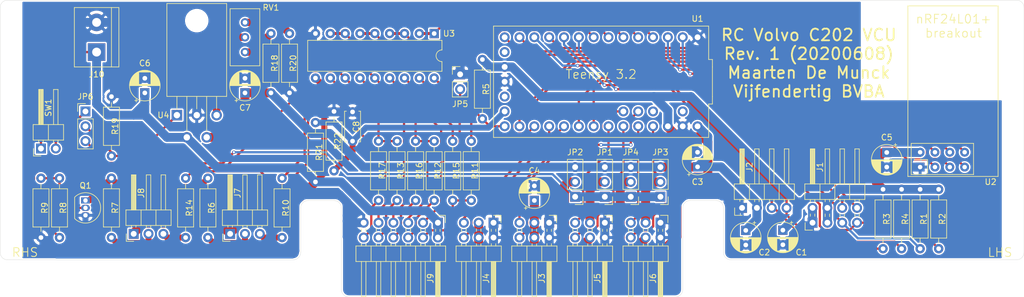
<source format=kicad_pcb>
(kicad_pcb (version 20171130) (host pcbnew 5.1.6+dfsg1-1)
  (title_block (title "Earth Rover") (date 2020-06-08) (rev 1) (company "Vijfendertig BVBA") (comment 1 "Maarten De Munck") (comment 2 "Vehicle Control Unit"))
  (layers (0 F.Cu signal hide) (31 B.Cu signal hide) (34 B.Paste user) (35 F.Paste user) (36 B.SilkS user) (37 F.SilkS user) (38 B.Mask user) (39 F.Mask user) (44 Edge.Cuts user))
  (net 0 "")
  (net 1 GND)
  (net 2 +3V3)
  (net 3 +5V)
  (net 4 +BATT)
  (net 5 /BATTERY_MONITOR)
  (net 6 /GPS_SERIAL_TX)
  (net 7 /GPS_SERIAL_RX)
  (net 8 /ENCODER_A)
  (net 9 /ENCODER_B)
  (net 10 /IMU_I2C_SCL)
  (net 11 /IMU_I2C_SDA)
  (net 12 /SENSOR_1)
  (net 13 /SENSOR_2)
  (net 14 /SENSOR_3)
  (net 15 /STEERING)
  (net 16 /SENSOR_4)
  (net 17 /THROTTLE)
  (net 18 /GEARBOX)
  (net 19 /WINCH)
  (net 20 /BEC)
  (net 21 /RESET_EEPROM)
  (net 22 "Net-(JP6-Pad2)")
  (net 23 "Net-(JP6-Pad1)")
  (net 24 "Net-(Q1-Pad2)")
  (net 25 "Net-(Q1-Pad1)")
  (net 26 "Net-(R10-Pad2)")
  (net 27 "Net-(R11-Pad2)")
  (net 28 /HEADLAMPS)
  (net 29 "Net-(R18-Pad2)")
  (net 30 "Net-(R20-Pad1)")
  (net 31 "Net-(RV1-Pad2)")
  (net 32 /POSITION_LAMPS)
  (net 33 /STOP_LAMPS)
  (net 34 /LEFT_TURN_SIGNALS)
  (net 35 /RIGHT_TURN_SIGNALS)
  (net 36 /NRF24L01_IRQ)
  (net 37 /NRF24L01_CE)
  (net 38 /NRF24L01_MOSI)
  (net 39 /NRF24L01_MISO)
  (net 40 /NRF24L01_SCK)
  (net 41 /NRF24L01_CSN)
  (net 42 "Net-(J6-Pad4)")
  (net 43 "Net-(J6-Pad3)")
  (net 44 "Net-(J7-Pad3)")
  (net 45 "Net-(J8-Pad3)")
  (net 46 "Net-(J8-Pad2)")
  (net 47 "Net-(J9-Pad3)")
  (net 48 "Net-(R13-Pad2)")
  (net 49 "Net-(R15-Pad2)")
  (net 50 "Net-(U1-Pad15)")
  (net 51 "Net-(U1-Pad18)")
  (net 52 "Net-(U1-Pad34)")
  (net 53 "Net-(U1-Pad35)")
  (net 54 "Net-(J5-Pad4)")
  (net 55 "Net-(J5-Pad3)")
  (net 56 "Net-(J7-Pad2)")
  (net 57 "Net-(J9-Pad4)")
  (net 58 "Net-(J9-Pad5)")
  (net 59 "Net-(J9-Pad6)")
  (net 60 "Net-(J9-Pad7)")
  (net 61 "Net-(J9-Pad8)")
  (net 62 "Net-(J9-Pad9)")
  (net 63 "Net-(J9-Pad10)")
  (net 64 "Net-(J9-Pad12)")
  (module earth-rover-footprints:Teensy_3.2 (layer F.Cu) (at 168.91 90.17 180)
    (fp_text reference U1 (at -16.51 10.795) (layer F.SilkS))
    (fp_text value Teensy3.2)
    (pad 1 thru_hole circle (at -16.51 7.62 180) (size 1.7 1.7) (drill 1) (layers *.Cu *.Mask) (net 1 GND))
    (pad 2 thru_hole circle (at -13.97 7.62 180) (size 1.7 1.7) (drill 1) (layers *.Cu *.Mask) (net 6 /GPS_SERIAL_TX))
    (pad 3 thru_hole circle (at -11.43 7.62 180) (size 1.7 1.7) (drill 1) (layers *.Cu *.Mask) (net 7 /GPS_SERIAL_RX))
    (pad 4 thru_hole circle (at -8.89 7.62 180) (size 1.7 1.7) (drill 1) (layers *.Cu *.Mask) (net 32 /POSITION_LAMPS))
    (pad 5 thru_hole circle (at -6.35 7.62 180) (size 1.7 1.7) (drill 1) (layers *.Cu *.Mask) (net 33 /STOP_LAMPS))
    (pad 6 thru_hole circle (at -3.81 7.62 180) (size 1.7 1.7) (drill 1) (layers *.Cu *.Mask) (net 34 /LEFT_TURN_SIGNALS))
    (pad 7 thru_hole circle (at -1.27 7.62 180) (size 1.7 1.7) (drill 1) (layers *.Cu *.Mask) (net 35 /RIGHT_TURN_SIGNALS))
    (pad 8 thru_hole circle (at 1.27 7.62 180) (size 1.7 1.7) (drill 1) (layers *.Cu *.Mask) (net 28 /HEADLAMPS))
    (pad 9 thru_hole circle (at 3.81 7.62 180) (size 1.7 1.7) (drill 1) (layers *.Cu *.Mask) (net 8 /ENCODER_A))
    (pad 10 thru_hole circle (at 6.35 7.62 180) (size 1.7 1.7) (drill 1) (layers *.Cu *.Mask) (net 9 /ENCODER_B))
    (pad 11 thru_hole circle (at 8.89 7.62 180) (size 1.7 1.7) (drill 1) (layers *.Cu *.Mask) (net 36 /NRF24L01_IRQ))
    (pad 12 thru_hole circle (at 11.43 7.62 180) (size 1.7 1.7) (drill 1) (layers *.Cu *.Mask) (net 37 /NRF24L01_CE))
    (pad 13 thru_hole circle (at 13.97 7.62 180) (size 1.7 1.7) (drill 1) (layers *.Cu *.Mask) (net 38 /NRF24L01_MOSI))
    (pad 14 thru_hole circle (at 16.51 7.62 180) (size 1.7 1.7) (drill 1) (layers *.Cu *.Mask) (net 39 /NRF24L01_MISO))
    (pad 15 thru_hole circle (at 16.51 5.08 180) (size 1.7 1.7) (drill 1) (layers *.Cu *.Mask) (net 50 "Net-(U1-Pad15)"))
    (pad 16 thru_hole circle (at 16.51 2.54 180) (size 1.7 1.7) (drill 1) (layers *.Cu *.Mask) (net 2 +3V3))
    (pad 17 thru_hole circle (at 16.51 0 180) (size 1.7 1.7) (drill 1) (layers *.Cu *.Mask) (net 1 GND))
    (pad 18 thru_hole circle (at 16.51 -2.54 180) (size 1.7 1.7) (drill 1) (layers *.Cu *.Mask) (net 51 "Net-(U1-Pad18)"))
    (pad 19 thru_hole circle (at 16.51 -5.08 180) (size 1.7 1.7) (drill 1) (layers *.Cu *.Mask) (net 5 /BATTERY_MONITOR))
    (pad 20 thru_hole circle (at 16.51 -7.62 180) (size 1.7 1.7) (drill 1) (layers *.Cu *.Mask) (net 21 /RESET_EEPROM))
    (pad 21 thru_hole circle (at 13.97 -7.62 180) (size 1.7 1.7) (drill 1) (layers *.Cu *.Mask) (net 40 /NRF24L01_SCK))
    (pad 22 thru_hole circle (at 11.43 -7.62 180) (size 1.7 1.7) (drill 1) (layers *.Cu *.Mask) (net 41 /NRF24L01_CSN))
    (pad 23 thru_hole circle (at 8.89 -7.62 180) (size 1.7 1.7) (drill 1) (layers *.Cu *.Mask) (net 16 /SENSOR_4))
    (pad 24 thru_hole circle (at 6.35 -7.62 180) (size 1.7 1.7) (drill 1) (layers *.Cu *.Mask) (net 14 /SENSOR_3))
    (pad 25 thru_hole circle (at 3.81 -7.62 180) (size 1.7 1.7) (drill 1) (layers *.Cu *.Mask) (net 11 /IMU_I2C_SDA))
    (pad 26 thru_hole circle (at 1.27 -7.62 180) (size 1.7 1.7) (drill 1) (layers *.Cu *.Mask) (net 10 /IMU_I2C_SCL))
    (pad 27 thru_hole circle (at -1.27 -7.62 180) (size 1.7 1.7) (drill 1) (layers *.Cu *.Mask) (net 15 /STEERING))
    (pad 28 thru_hole circle (at -3.81 -7.62 180) (size 1.7 1.7) (drill 1) (layers *.Cu *.Mask) (net 17 /THROTTLE))
    (pad 29 thru_hole circle (at -6.35 -7.62 180) (size 1.7 1.7) (drill 1) (layers *.Cu *.Mask) (net 18 /GEARBOX))
    (pad 30 thru_hole circle (at -8.89 -7.62 180) (size 1.7 1.7) (drill 1) (layers *.Cu *.Mask) (net 19 /WINCH))
    (pad 31 thru_hole circle (at -11.43 -7.62 180) (size 1.7 1.7) (drill 1) (layers *.Cu *.Mask) (net 2 +3V3))
    (pad 32 thru_hole circle (at -13.97 -7.62 180) (size 1.7 1.7) (drill 1) (layers *.Cu *.Mask) (net 1 GND))
    (pad 33 thru_hole circle (at -16.51 -7.62 180) (size 1.7 1.7) (drill 1) (layers *.Cu *.Mask) (net 3 +5V))
    (pad 34 thru_hole circle (at -13.97 -5.08 180) (size 1.7 1.7) (drill 1) (layers *.Cu *.Mask) (net 52 "Net-(U1-Pad34)"))
    (pad 35 thru_hole circle (at -8.89 -5.08 180) (size 1.7 1.7) (drill 1) (layers *.Cu *.Mask) (net 53 "Net-(U1-Pad35)"))
    (pad 36 thru_hole circle (at -6.35 -5.08 180) (size 1.7 1.7) (drill 1) (layers *.Cu *.Mask) (net 12 /SENSOR_1))
    (pad 37 thru_hole circle (at -3.81 -5.08 180) (size 1.7 1.7) (drill 1) (layers *.Cu *.Mask) (net 13 /SENSOR_2))
  )
  (module Connector_PinHeader_2.54mm:PinHeader_1x02_P2.54mm_Vertical (layer F.Cu) (at 144.78 88.9)
    (fp_text reference JP5 (at 0 5.08) (layer F.SilkS))
    (fp_text value Jumper_2_Open)
    (pad 2 thru_hole oval (at 0 2.54) (size 1.7 1.7) (drill 1) (layers *.Cu *.Mask) (net 21 /RESET_EEPROM))
    (pad 1 thru_hole rect (at 0 0) (size 1.7 1.7) (drill 1) (layers *.Cu *.Mask) (net 1 GND))
  )
  (module Package_DIP:DIP-18_W7.62mm (layer F.Cu) (at 140.335 81.915 270)
    (fp_text reference U3 (at 0 -2.54 180) (layer F.SilkS))
    (fp_text value ULN2803A)
    (pad 18 thru_hole oval (at 7.62 0 270) (size 1.6 1.6) (drill 0.8) (layers *.Cu *.Mask) (net 27 "Net-(R11-Pad2)"))
    (pad 9 thru_hole oval (at 0 20.32 270) (size 1.6 1.6) (drill 0.8) (layers *.Cu *.Mask) (net 1 GND))
    (pad 17 thru_hole oval (at 7.62 2.54 270) (size 1.6 1.6) (drill 0.8) (layers *.Cu *.Mask) (net 47 "Net-(J9-Pad3)"))
    (pad 8 thru_hole oval (at 0 17.78 270) (size 1.6 1.6) (drill 0.8) (layers *.Cu *.Mask) (net 35 /RIGHT_TURN_SIGNALS))
    (pad 16 thru_hole oval (at 7.62 5.08 270) (size 1.6 1.6) (drill 0.8) (layers *.Cu *.Mask) (net 49 "Net-(R15-Pad2)"))
    (pad 7 thru_hole oval (at 0 15.24 270) (size 1.6 1.6) (drill 0.8) (layers *.Cu *.Mask) (net 35 /RIGHT_TURN_SIGNALS))
    (pad 15 thru_hole oval (at 7.62 7.62 270) (size 1.6 1.6) (drill 0.8) (layers *.Cu *.Mask) (net 58 "Net-(J9-Pad5)"))
    (pad 6 thru_hole oval (at 0 12.7 270) (size 1.6 1.6) (drill 0.8) (layers *.Cu *.Mask) (net 34 /LEFT_TURN_SIGNALS))
    (pad 14 thru_hole oval (at 7.62 10.16 270) (size 1.6 1.6) (drill 0.8) (layers *.Cu *.Mask) (net 26 "Net-(R10-Pad2)"))
    (pad 5 thru_hole oval (at 0 10.16 270) (size 1.6 1.6) (drill 0.8) (layers *.Cu *.Mask) (net 34 /LEFT_TURN_SIGNALS))
    (pad 13 thru_hole oval (at 7.62 12.7 270) (size 1.6 1.6) (drill 0.8) (layers *.Cu *.Mask) (net 60 "Net-(J9-Pad7)"))
    (pad 4 thru_hole oval (at 0 7.62 270) (size 1.6 1.6) (drill 0.8) (layers *.Cu *.Mask) (net 33 /STOP_LAMPS))
    (pad 12 thru_hole oval (at 7.62 15.24 270) (size 1.6 1.6) (drill 0.8) (layers *.Cu *.Mask) (net 48 "Net-(R13-Pad2)"))
    (pad 3 thru_hole oval (at 0 5.08 270) (size 1.6 1.6) (drill 0.8) (layers *.Cu *.Mask) (net 33 /STOP_LAMPS))
    (pad 11 thru_hole oval (at 7.62 17.78 270) (size 1.6 1.6) (drill 0.8) (layers *.Cu *.Mask) (net 62 "Net-(J9-Pad9)"))
    (pad 2 thru_hole oval (at 0 2.54 270) (size 1.6 1.6) (drill 0.8) (layers *.Cu *.Mask) (net 32 /POSITION_LAMPS))
    (pad 10 thru_hole oval (at 7.62 20.32 270) (size 1.6 1.6) (drill 0.8) (layers *.Cu *.Mask) (net 4 +BATT))
    (pad 1 thru_hole rect (at 0 0 270) (size 1.6 1.6) (drill 0.8) (layers *.Cu *.Mask) (net 32 /POSITION_LAMPS))
  )
  (module Resistor_THT:R_Axial_DIN0207_L6.3mm_D2.5mm_P10.16mm_Horizontal (layer F.Cu) (at 85.09 102.87 90)
    (fp_text reference R19 (at 5.08 0.635 90) (layer F.SilkS))
    (fp_text value 10k)
    (pad 2 thru_hole oval (at 10.16 0 90) (size 1.6 1.6) (drill 0.8) (layers *.Cu *.Mask) (net 1 GND))
    (pad 1 thru_hole circle (at 0 0 90) (size 1.6 1.6) (drill 0.8) (layers *.Cu *.Mask) (net 22 "Net-(JP6-Pad2)"))
  )
  (module Connector_PinHeader_2.54mm:PinHeader_1x02_P2.54mm_Horizontal (layer F.Cu) (at 73.025 101.6 90)
    (fp_text reference SW1 (at 6.985 1.27 90) (layer F.SilkS))
    (fp_text value SW_SPST)
    (pad 2 thru_hole oval (at 0 2.54 90) (size 1.7 1.7) (drill 1) (layers *.Cu *.Mask) (net 23 "Net-(JP6-Pad1)"))
    (pad 1 thru_hole rect (at 0 0 90) (size 1.7 1.7) (drill 1) (layers *.Cu *.Mask) (net 4 +BATT))
  )
  (module Resistor_THT:R_Axial_DIN0207_L6.3mm_D2.5mm_P10.16mm_Horizontal (layer F.Cu) (at 114.3 116.84 90)
    (fp_text reference R10 (at 5.08 0.635 90) (layer F.SilkS))
    (fp_text value 330E)
    (pad 2 thru_hole oval (at 10.16 0 90) (size 1.6 1.6) (drill 0.8) (layers *.Cu *.Mask) (net 26 "Net-(R10-Pad2)"))
    (pad 1 thru_hole circle (at 0 0 90) (size 1.6 1.6) (drill 0.8) (layers *.Cu *.Mask) (net 44 "Net-(J7-Pad3)"))
  )
  (module Resistor_THT:R_Axial_DIN0207_L6.3mm_D2.5mm_P10.16mm_Horizontal (layer F.Cu) (at 146.685 110.49 90)
    (fp_text reference R11 (at 5.08 0.635 90) (layer F.SilkS))
    (fp_text value 470E)
    (pad 2 thru_hole oval (at 10.16 0 90) (size 1.6 1.6) (drill 0.8) (layers *.Cu *.Mask) (net 27 "Net-(R11-Pad2)"))
    (pad 1 thru_hole circle (at 0 0 90) (size 1.6 1.6) (drill 0.8) (layers *.Cu *.Mask) (net 57 "Net-(J9-Pad4)"))
  )
  (module Package_TO_SOT_THT:TO-92_Inline (layer F.Cu) (at 80.645 110.49 270)
    (fp_text reference Q1 (at -2.54 0 180) (layer F.SilkS))
    (fp_text value BC517)
    (pad 2 thru_hole oval (at 1.27 0 270) (size 1.05 1.5) (drill 0.75) (layers *.Cu *.Mask) (net 24 "Net-(Q1-Pad2)"))
    (pad 3 thru_hole oval (at 2.54 0 270) (size 1.05 1.5) (drill 0.75) (layers *.Cu *.Mask) (net 1 GND))
    (pad 1 thru_hole rect (at 0 0 270) (size 1.05 1.5) (drill 0.75) (layers *.Cu *.Mask) (net 25 "Net-(Q1-Pad1)"))
  )
  (module Capacitor_THT:C_Disc_D5.0mm_W2.5mm_P5.00mm (layer F.Cu) (at 126.365 100.33 90)
    (fp_text reference C8 (at 2.46 0.635 90) (layer F.SilkS))
    (fp_text value 100n)
    (pad 2 thru_hole circle (at 5 0 90) (size 1.6 1.6) (drill 0.8) (layers *.Cu *.Mask) (net 1 GND))
    (pad 1 thru_hole circle (at 0 0 90) (size 1.6 1.6) (drill 0.8) (layers *.Cu *.Mask) (net 5 /BATTERY_MONITOR))
  )
  (module Resistor_THT:R_Axial_DIN0207_L6.3mm_D2.5mm_P10.16mm_Horizontal (layer F.Cu) (at 115.57 81.915 270)
    (fp_text reference R20 (at 5.08 -0.635 90) (layer F.SilkS))
    (fp_text value 240E)
    (pad 2 thru_hole oval (at 10.16 0 270) (size 1.6 1.6) (drill 0.8) (layers *.Cu *.Mask) (net 1 GND))
    (pad 1 thru_hole circle (at 0 0 270) (size 1.6 1.6) (drill 0.8) (layers *.Cu *.Mask) (net 30 "Net-(R20-Pad1)"))
  )
  (module Connector_PinHeader_2.54mm:PinHeader_1x03_P2.54mm_Vertical (layer F.Cu) (at 80.645 95.25)
    (fp_text reference JP6 (at 0 -2.54) (layer F.SilkS))
    (fp_text value Jumper_3_Bridged12 hide)
    (pad 3 thru_hole oval (at 0 5.08) (size 1.7 1.7) (drill 1) (layers *.Cu *.Mask) (net 20 /BEC))
    (pad 2 thru_hole oval (at 0 2.54) (size 1.7 1.7) (drill 1) (layers *.Cu *.Mask) (net 22 "Net-(JP6-Pad2)"))
    (pad 1 thru_hole rect (at 0 0) (size 1.7 1.7) (drill 1) (layers *.Cu *.Mask) (net 23 "Net-(JP6-Pad1)"))
  )
  (module Potentiometer_THT:Potentiometer_Bourns_3296W_Vertical (layer F.Cu) (at 107.95 85.09 270)
    (fp_text reference RV1 (at -7.62 -4.445 180) (layer F.SilkS))
    (fp_text value 100E)
    (pad 3 thru_hole circle (at -5.08 0 270) (size 1.44 1.44) (drill 0.8) (layers *.Cu *.Mask) (net 30 "Net-(R20-Pad1)"))
    (pad 2 thru_hole circle (at -2.54 0 270) (size 1.44 1.44) (drill 0.8) (layers *.Cu *.Mask) (net 31 "Net-(RV1-Pad2)"))
    (pad 1 thru_hole circle (at 0 0 270) (size 1.44 1.44) (drill 0.8) (layers *.Cu *.Mask) (net 29 "Net-(R18-Pad2)"))
  )
  (module TerminalBlock:TerminalBlock_bornier-2_P5.08mm (layer F.Cu) (at 82.55 85.09 90)
    (fp_text reference J10 (at -3.81 0 180) (layer F.SilkS))
    (fp_text value Connector:Screw_Terminal_01x02 hide)
    (pad 2 thru_hole circle (at 5.08 0 90) (size 3 3) (drill 1.52) (layers *.Cu *.Mask) (net 1 GND))
    (pad 1 thru_hole rect (at 0 0 90) (size 3 3) (drill 1.52) (layers *.Cu *.Mask) (net 4 +BATT))
  )
  (module Resistor_THT:R_Axial_DIN0207_L6.3mm_D2.5mm_P10.16mm_Horizontal (layer F.Cu) (at 112.395 92.075 90)
    (fp_text reference R18 (at 5.08 0.635 90) (layer F.SilkS))
    (fp_text value 820E)
    (pad 1 thru_hole circle (at 0 0 90) (size 1.6 1.6) (drill 0.8) (layers *.Cu *.Mask) (net 3 +5V))
    (pad 2 thru_hole oval (at 10.16 0 90) (size 1.6 1.6) (drill 0.8) (layers *.Cu *.Mask) (net 29 "Net-(R18-Pad2)"))
  )
  (module Capacitor_THT:CP_Radial_D5.0mm_P2.50mm (layer F.Cu) (at 90.805 92.075 90)
    (fp_text reference C6 (at 5.08 0 180) (layer F.SilkS))
    (fp_text value 10u)
    (pad 2 thru_hole circle (at 2.5 0 90) (size 1.6 1.6) (drill 0.8) (layers *.Cu *.Mask) (net 1 GND))
    (pad 1 thru_hole rect (at 0 0 90) (size 1.6 1.6) (drill 0.8) (layers *.Cu *.Mask) (net 4 +BATT))
  )
  (module Package_TO_SOT_THT:TO-220-5_P3.4x3.8mm_StaggerEven_Lead7.13mm_TabDown (layer F.Cu) (at 96.295 95.885)
    (fp_text reference U4 (at -2.315 0) (layer F.SilkS))
    (fp_text value MIC29502WT)
    (pad 5 thru_hole oval (at 6.8 0) (size 1.8 1.8) (drill 1.1) (layers *.Cu *.Mask) (net 31 "Net-(RV1-Pad2)"))
    (pad 4 thru_hole oval (at 5.1 3.8) (size 1.8 1.8) (drill 1.1) (layers *.Cu *.Mask) (net 3 +5V))
    (pad 3 thru_hole oval (at 3.4 0) (size 1.8 1.8) (drill 1.1) (layers *.Cu *.Mask) (net 1 GND))
    (pad 2 thru_hole oval (at 1.7 3.8) (size 1.8 1.8) (drill 1.1) (layers *.Cu *.Mask) (net 4 +BATT))
    (pad 1 thru_hole rect (at 0 0) (size 1.8 1.8) (drill 1.1) (layers *.Cu *.Mask) (net 22 "Net-(JP6-Pad2)"))
    (pad "" np_thru_hole oval (at 3.4 -16.18) (size 3.5 3.5) (drill 3.5) (layers *.Cu *.Mask))
  )
  (module Resistor_THT:R_Axial_DIN0207_L6.3mm_D2.5mm_P10.16mm_Horizontal (layer F.Cu) (at 120.015 107.315 90)
    (fp_text reference R21 (at 5.08 0.635 90) (layer F.SilkS))
    (fp_text value "270k, 1%")
    (pad 2 thru_hole oval (at 10.16 0 90) (size 1.6 1.6) (drill 0.8) (layers *.Cu *.Mask) (net 5 /BATTERY_MONITOR))
    (pad 1 thru_hole circle (at 0 0 90) (size 1.6 1.6) (drill 0.8) (layers *.Cu *.Mask) (net 4 +BATT))
  )
  (module Resistor_THT:R_Axial_DIN0207_L6.3mm_D2.5mm_P10.16mm_Horizontal (layer F.Cu) (at 137.16 110.49 90)
    (fp_text reference R16 (at 5.08 0.635 90) (layer F.SilkS))
    (fp_text value 330E)
    (pad 2 thru_hole oval (at 10.16 0 90) (size 1.6 1.6) (drill 0.8) (layers *.Cu *.Mask) (net 26 "Net-(R10-Pad2)"))
    (pad 1 thru_hole circle (at 0 0 90) (size 1.6 1.6) (drill 0.8) (layers *.Cu *.Mask) (net 61 "Net-(J9-Pad8)"))
  )
  (module Capacitor_THT:CP_Radial_D5.0mm_P2.50mm (layer F.Cu) (at 200.025 115.57 270)
    (fp_text reference C1 (at 3.81 -3.175 180) (layer F.SilkS))
    (fp_text value 10u)
    (pad 1 thru_hole rect (at 0 0 270) (size 1.6 1.6) (drill 0.8) (layers *.Cu *.Mask) (net 2 +3V3))
    (pad 2 thru_hole circle (at 2.5 0 270) (size 1.6 1.6) (drill 0.8) (layers *.Cu *.Mask) (net 1 GND))
  )
  (module Capacitor_THT:CP_Radial_D5.0mm_P2.50mm (layer F.Cu) (at 193.675 115.61 270)
    (fp_text reference C2 (at 3.77 -3.175) (layer F.SilkS))
    (fp_text value 10u)
    (pad 2 thru_hole circle (at 2.5 0 270) (size 1.6 1.6) (drill 0.8) (layers *.Cu *.Mask) (net 1 GND))
    (pad 1 thru_hole rect (at 0 0 270) (size 1.6 1.6) (drill 0.8) (layers *.Cu *.Mask) (net 3 +5V))
  )
  (module Capacitor_THT:CP_Radial_D5.0mm_P2.50mm (layer F.Cu) (at 185.42 104.735 90)
    (fp_text reference C3 (at -2.58 0) (layer F.SilkS))
    (fp_text value 10u)
    (pad 2 thru_hole circle (at 2.5 0 90) (size 1.6 1.6) (drill 0.8) (layers *.Cu *.Mask) (net 1 GND))
    (pad 1 thru_hole rect (at 0 0 90) (size 1.6 1.6) (drill 0.8) (layers *.Cu *.Mask) (net 3 +5V))
  )
  (module Capacitor_THT:CP_Radial_D5.0mm_P2.50mm (layer F.Cu) (at 217.805 102.275 270)
    (fp_text reference C5 (at -2.58 0) (layer F.SilkS))
    (fp_text value 10u)
    (pad 1 thru_hole rect (at 0 0 270) (size 1.6 1.6) (drill 0.8) (layers *.Cu *.Mask) (net 2 +3V3))
    (pad 2 thru_hole circle (at 2.5 0 270) (size 1.6 1.6) (drill 0.8) (layers *.Cu *.Mask) (net 1 GND))
  )
  (module Capacitor_THT:CP_Radial_D5.0mm_P2.50mm (layer F.Cu) (at 107.95 92.075 90)
    (fp_text reference C7 (at -2.54 0 180) (layer F.SilkS))
    (fp_text value 22u)
    (pad 1 thru_hole rect (at 0 0 90) (size 1.6 1.6) (drill 0.8) (layers *.Cu *.Mask) (net 3 +5V))
    (pad 2 thru_hole circle (at 2.5 0 90) (size 1.6 1.6) (drill 0.8) (layers *.Cu *.Mask) (net 1 GND))
  )
  (module Connector_PinHeader_2.54mm:PinHeader_1x04_P2.54mm_Horizontal (layer F.Cu) (at 193.04 111.76 90)
    (fp_text reference J2 (at 6.985 1.27 90) (layer F.SilkS))
    (fp_text value Conn_01x04_Male)
    (pad 1 thru_hole rect (at 0 0 90) (size 1.7 1.7) (drill 1) (layers *.Cu *.Mask) (net 1 GND))
    (pad 2 thru_hole oval (at 0 2.54 90) (size 1.7 1.7) (drill 1) (layers *.Cu *.Mask) (net 3 +5V))
    (pad 3 thru_hole oval (at 0 5.08 90) (size 1.7 1.7) (drill 1) (layers *.Cu *.Mask) (net 8 /ENCODER_A))
    (pad 4 thru_hole oval (at 0 7.62 90) (size 1.7 1.7) (drill 1) (layers *.Cu *.Mask) (net 9 /ENCODER_B))
  )
  (module Connector_PinHeader_2.54mm:PinHeader_2x03_P2.54mm_Horizontal (layer F.Cu) (at 160.02 114.3 270)
    (fp_text reference J3 (at 9.525 1.27 90) (layer F.SilkS))
    (fp_text value Conn_02x03_Male)
    (pad 6 thru_hole oval (at 2.54 5.08 270) (size 1.7 1.7) (drill 1) (layers *.Cu *.Mask) (net 12 /SENSOR_1))
    (pad 5 thru_hole oval (at 0 5.08 270) (size 1.7 1.7) (drill 1) (layers *.Cu *.Mask) (net 13 /SENSOR_2))
    (pad 4 thru_hole oval (at 2.54 2.54 270) (size 1.7 1.7) (drill 1) (layers *.Cu *.Mask) (net 2 +3V3))
    (pad 3 thru_hole oval (at 0 2.54 270) (size 1.7 1.7) (drill 1) (layers *.Cu *.Mask) (net 2 +3V3))
    (pad 2 thru_hole oval (at 2.54 0 270) (size 1.7 1.7) (drill 1) (layers *.Cu *.Mask) (net 1 GND))
    (pad 1 thru_hole rect (at 0 0 270) (size 1.7 1.7) (drill 1) (layers *.Cu *.Mask) (net 1 GND))
  )
  (module Connector_PinHeader_2.54mm:PinHeader_2x03_P2.54mm_Horizontal (layer F.Cu) (at 150.495 114.3 270)
    (fp_text reference J4 (at 9.525 1.27 90) (layer F.SilkS))
    (fp_text value Conn_02x03_Male)
    (pad 6 thru_hole oval (at 2.54 5.08 270) (size 1.7 1.7) (drill 1) (layers *.Cu *.Mask) (net 14 /SENSOR_3))
    (pad 5 thru_hole oval (at 0 5.08 270) (size 1.7 1.7) (drill 1) (layers *.Cu *.Mask) (net 16 /SENSOR_4))
    (pad 4 thru_hole oval (at 2.54 2.54 270) (size 1.7 1.7) (drill 1) (layers *.Cu *.Mask) (net 2 +3V3))
    (pad 3 thru_hole oval (at 0 2.54 270) (size 1.7 1.7) (drill 1) (layers *.Cu *.Mask) (net 2 +3V3))
    (pad 2 thru_hole oval (at 2.54 0 270) (size 1.7 1.7) (drill 1) (layers *.Cu *.Mask) (net 1 GND))
    (pad 1 thru_hole rect (at 0 0 270) (size 1.7 1.7) (drill 1) (layers *.Cu *.Mask) (net 1 GND))
  )
  (module Connector_PinHeader_2.54mm:PinHeader_2x03_P2.54mm_Horizontal (layer F.Cu) (at 169.545 114.3 270)
    (fp_text reference J5 (at 9.525 1.27 90) (layer F.SilkS))
    (fp_text value Conn_02x03_Male)
    (pad 1 thru_hole rect (at 0 0 270) (size 1.7 1.7) (drill 1) (layers *.Cu *.Mask) (net 1 GND))
    (pad 2 thru_hole oval (at 2.54 0 270) (size 1.7 1.7) (drill 1) (layers *.Cu *.Mask) (net 1 GND))
    (pad 3 thru_hole oval (at 0 2.54 270) (size 1.7 1.7) (drill 1) (layers *.Cu *.Mask) (net 55 "Net-(J5-Pad3)"))
    (pad 4 thru_hole oval (at 2.54 2.54 270) (size 1.7 1.7) (drill 1) (layers *.Cu *.Mask) (net 54 "Net-(J5-Pad4)"))
    (pad 5 thru_hole oval (at 0 5.08 270) (size 1.7 1.7) (drill 1) (layers *.Cu *.Mask) (net 15 /STEERING))
    (pad 6 thru_hole oval (at 2.54 5.08 270) (size 1.7 1.7) (drill 1) (layers *.Cu *.Mask) (net 17 /THROTTLE))
  )
  (module Connector_PinHeader_2.54mm:PinHeader_2x03_P2.54mm_Horizontal (layer F.Cu) (at 179.07 114.3 270)
    (fp_text reference J6 (at 9.525 1.27 90) (layer F.SilkS))
    (fp_text value Conn_02x03_Male)
    (pad 1 thru_hole rect (at 0 0 270) (size 1.7 1.7) (drill 1) (layers *.Cu *.Mask) (net 1 GND))
    (pad 2 thru_hole oval (at 2.54 0 270) (size 1.7 1.7) (drill 1) (layers *.Cu *.Mask) (net 1 GND))
    (pad 3 thru_hole oval (at 0 2.54 270) (size 1.7 1.7) (drill 1) (layers *.Cu *.Mask) (net 43 "Net-(J6-Pad3)"))
    (pad 4 thru_hole oval (at 2.54 2.54 270) (size 1.7 1.7) (drill 1) (layers *.Cu *.Mask) (net 42 "Net-(J6-Pad4)"))
    (pad 5 thru_hole oval (at 0 5.08 270) (size 1.7 1.7) (drill 1) (layers *.Cu *.Mask) (net 18 /GEARBOX))
    (pad 6 thru_hole oval (at 2.54 5.08 270) (size 1.7 1.7) (drill 1) (layers *.Cu *.Mask) (net 19 /WINCH))
  )
  (module Connector_PinHeader_2.54mm:PinHeader_1x03_P2.54mm_Horizontal (layer F.Cu) (at 105.41 116.205 90)
    (fp_text reference J7 (at 6.985 1.27 90) (layer F.SilkS))
    (fp_text value Conn_01x03_Male hide)
    (pad 1 thru_hole rect (at 0 0 90) (size 1.7 1.7) (drill 1) (layers *.Cu *.Mask) (net 4 +BATT))
    (pad 2 thru_hole oval (at 0 2.54 90) (size 1.7 1.7) (drill 1) (layers *.Cu *.Mask) (net 56 "Net-(J7-Pad2)"))
    (pad 3 thru_hole oval (at 0 5.08 90) (size 1.7 1.7) (drill 1) (layers *.Cu *.Mask) (net 44 "Net-(J7-Pad3)"))
  )
  (module Connector_PinHeader_2.54mm:PinHeader_1x03_P2.54mm_Horizontal (layer F.Cu) (at 88.9 116.205 90)
    (fp_text reference J8 (at 6.985 1.27 90) (layer F.SilkS))
    (fp_text value Conn_01x03_Male hide)
    (pad 3 thru_hole oval (at 0 5.08 90) (size 1.7 1.7) (drill 1) (layers *.Cu *.Mask) (net 45 "Net-(J8-Pad3)"))
    (pad 2 thru_hole oval (at 0 2.54 90) (size 1.7 1.7) (drill 1) (layers *.Cu *.Mask) (net 46 "Net-(J8-Pad2)"))
    (pad 1 thru_hole rect (at 0 0 90) (size 1.7 1.7) (drill 1) (layers *.Cu *.Mask) (net 4 +BATT))
  )
  (module Connector_PinHeader_2.54mm:PinHeader_2x06_P2.54mm_Horizontal (layer F.Cu) (at 140.97 114.3 270)
    (fp_text reference J9 (at 9.525 1.27 90) (layer F.SilkS))
    (fp_text value Conn_02x06_Male_UnitPerRow hide)
    (pad 12 thru_hole oval (at 2.54 12.7 270) (size 1.7 1.7) (drill 1) (layers *.Cu *.Mask) (net 64 "Net-(J9-Pad12)"))
    (pad 11 thru_hole oval (at 0 12.7 270) (size 1.7 1.7) (drill 1) (layers *.Cu *.Mask) (net 1 GND))
    (pad 10 thru_hole oval (at 2.54 10.16 270) (size 1.7 1.7) (drill 1) (layers *.Cu *.Mask) (net 63 "Net-(J9-Pad10)"))
    (pad 9 thru_hole oval (at 0 10.16 270) (size 1.7 1.7) (drill 1) (layers *.Cu *.Mask) (net 62 "Net-(J9-Pad9)"))
    (pad 8 thru_hole oval (at 2.54 7.62 270) (size 1.7 1.7) (drill 1) (layers *.Cu *.Mask) (net 61 "Net-(J9-Pad8)"))
    (pad 7 thru_hole oval (at 0 7.62 270) (size 1.7 1.7) (drill 1) (layers *.Cu *.Mask) (net 60 "Net-(J9-Pad7)"))
    (pad 6 thru_hole oval (at 2.54 5.08 270) (size 1.7 1.7) (drill 1) (layers *.Cu *.Mask) (net 59 "Net-(J9-Pad6)"))
    (pad 5 thru_hole oval (at 0 5.08 270) (size 1.7 1.7) (drill 1) (layers *.Cu *.Mask) (net 58 "Net-(J9-Pad5)"))
    (pad 4 thru_hole oval (at 2.54 2.54 270) (size 1.7 1.7) (drill 1) (layers *.Cu *.Mask) (net 57 "Net-(J9-Pad4)"))
    (pad 3 thru_hole oval (at 0 2.54 270) (size 1.7 1.7) (drill 1) (layers *.Cu *.Mask) (net 47 "Net-(J9-Pad3)"))
    (pad 2 thru_hole oval (at 2.54 0 270) (size 1.7 1.7) (drill 1) (layers *.Cu *.Mask) (net 4 +BATT))
    (pad 1 thru_hole rect (at 0 0 270) (size 1.7 1.7) (drill 1) (layers *.Cu *.Mask) (net 4 +BATT))
  )
  (module Connector_PinHeader_2.54mm:PinHeader_1x03_P2.54mm_Vertical (layer F.Cu) (at 169.545 109.855 180)
    (fp_text reference JP1 (at 0 7.62) (layer F.SilkS))
    (fp_text value Jumper_3_Bridged12)
    (pad 3 thru_hole oval (at 0 5.08 180) (size 1.7 1.7) (drill 1) (layers *.Cu *.Mask) (net 3 +5V))
    (pad 2 thru_hole oval (at 0 2.54 180) (size 1.7 1.7) (drill 1) (layers *.Cu *.Mask) (net 55 "Net-(J5-Pad3)"))
    (pad 1 thru_hole rect (at 0 0 180) (size 1.7 1.7) (drill 1) (layers *.Cu *.Mask) (net 20 /BEC))
  )
  (module Connector_PinHeader_2.54mm:PinHeader_1x03_P2.54mm_Vertical (layer F.Cu) (at 164.465 109.855 180)
    (fp_text reference JP2 (at 0 7.62) (layer F.SilkS))
    (fp_text value Jumper_3_Bridged12)
    (pad 1 thru_hole rect (at 0 0 180) (size 1.7 1.7) (drill 1) (layers *.Cu *.Mask) (net 20 /BEC))
    (pad 2 thru_hole oval (at 0 2.54 180) (size 1.7 1.7) (drill 1) (layers *.Cu *.Mask) (net 54 "Net-(J5-Pad4)"))
    (pad 3 thru_hole oval (at 0 5.08 180) (size 1.7 1.7) (drill 1) (layers *.Cu *.Mask) (net 3 +5V))
  )
  (module Connector_PinHeader_2.54mm:PinHeader_1x03_P2.54mm_Vertical (layer F.Cu) (at 179.07 109.855 180)
    (fp_text reference JP3 (at 0 7.62) (layer F.SilkS))
    (fp_text value Jumper_3_Bridged12)
    (pad 1 thru_hole rect (at 0 0 180) (size 1.7 1.7) (drill 1) (layers *.Cu *.Mask) (net 20 /BEC))
    (pad 2 thru_hole oval (at 0 2.54 180) (size 1.7 1.7) (drill 1) (layers *.Cu *.Mask) (net 43 "Net-(J6-Pad3)"))
    (pad 3 thru_hole oval (at 0 5.08 180) (size 1.7 1.7) (drill 1) (layers *.Cu *.Mask) (net 3 +5V))
  )
  (module Connector_PinHeader_2.54mm:PinHeader_1x03_P2.54mm_Vertical (layer F.Cu) (at 173.99 109.855 180)
    (fp_text reference JP4 (at 0 7.62) (layer F.SilkS))
    (fp_text value Jumper_3_Bridged12)
    (pad 3 thru_hole oval (at 0 5.08 180) (size 1.7 1.7) (drill 1) (layers *.Cu *.Mask) (net 3 +5V))
    (pad 2 thru_hole oval (at 0 2.54 180) (size 1.7 1.7) (drill 1) (layers *.Cu *.Mask) (net 42 "Net-(J6-Pad4)"))
    (pad 1 thru_hole rect (at 0 0 180) (size 1.7 1.7) (drill 1) (layers *.Cu *.Mask) (net 20 /BEC))
  )
  (module Resistor_THT:R_Axial_DIN0207_L6.3mm_D2.5mm_P10.16mm_Horizontal (layer F.Cu) (at 217.17 108.585 270)
    (fp_text reference R3 (at 5.08 -0.635 90) (layer F.SilkS))
    (fp_text value 10k)
    (pad 2 thru_hole oval (at 10.16 0 270) (size 1.6 1.6) (drill 0.8) (layers *.Cu *.Mask) (net 8 /ENCODER_A))
    (pad 1 thru_hole circle (at 0 0 270) (size 1.6 1.6) (drill 0.8) (layers *.Cu *.Mask) (net 2 +3V3))
  )
  (module Resistor_THT:R_Axial_DIN0207_L6.3mm_D2.5mm_P10.16mm_Horizontal (layer F.Cu) (at 220.345 108.585 270)
    (fp_text reference R4 (at 5.08 -0.635 90) (layer F.SilkS))
    (fp_text value 10k)
    (pad 1 thru_hole circle (at 0 0 270) (size 1.6 1.6) (drill 0.8) (layers *.Cu *.Mask) (net 2 +3V3))
    (pad 2 thru_hole oval (at 10.16 0 270) (size 1.6 1.6) (drill 0.8) (layers *.Cu *.Mask) (net 9 /ENCODER_B))
  )
  (module Resistor_THT:R_Axial_DIN0207_L6.3mm_D2.5mm_P10.16mm_Horizontal (layer F.Cu) (at 223.52 108.585 270)
    (fp_text reference R1 (at 5.08 -0.635 90) (layer F.SilkS))
    (fp_text value 10k)
    (pad 1 thru_hole circle (at 0 0 270) (size 1.6 1.6) (drill 0.8) (layers *.Cu *.Mask) (net 2 +3V3))
    (pad 2 thru_hole oval (at 10.16 0 270) (size 1.6 1.6) (drill 0.8) (layers *.Cu *.Mask) (net 11 /IMU_I2C_SDA))
  )
  (module Resistor_THT:R_Axial_DIN0207_L6.3mm_D2.5mm_P10.16mm_Horizontal (layer F.Cu) (at 226.695 108.585 270)
    (fp_text reference R2 (at 5.08 -0.635 90) (layer F.SilkS))
    (fp_text value 10k)
    (pad 2 thru_hole oval (at 10.16 0 270) (size 1.6 1.6) (drill 0.8) (layers *.Cu *.Mask) (net 10 /IMU_I2C_SCL))
    (pad 1 thru_hole circle (at 0 0 270) (size 1.6 1.6) (drill 0.8) (layers *.Cu *.Mask) (net 2 +3V3))
  )
  (module Resistor_THT:R_Axial_DIN0207_L6.3mm_D2.5mm_P10.16mm_Horizontal (layer F.Cu) (at 148.59 86.36 270)
    (fp_text reference R5 (at 5.08 -0.635 90) (layer F.SilkS))
    (fp_text value 10k)
    (pad 1 thru_hole circle (at 0 0 270) (size 1.6 1.6) (drill 0.8) (layers *.Cu *.Mask) (net 2 +3V3))
    (pad 2 thru_hole oval (at 10.16 0 270) (size 1.6 1.6) (drill 0.8) (layers *.Cu *.Mask) (net 21 /RESET_EEPROM))
  )
  (module Resistor_THT:R_Axial_DIN0207_L6.3mm_D2.5mm_P10.16mm_Horizontal (layer F.Cu) (at 101.6 116.84 90)
    (fp_text reference R6 (at 5.08 0.635 90) (layer F.SilkS))
    (fp_text value 10E)
    (pad 1 thru_hole circle (at 0 0 90) (size 1.6 1.6) (drill 0.8) (layers *.Cu *.Mask) (net 56 "Net-(J7-Pad2)"))
    (pad 2 thru_hole oval (at 10.16 0 90) (size 1.6 1.6) (drill 0.8) (layers *.Cu *.Mask) (net 25 "Net-(Q1-Pad1)"))
  )
  (module Resistor_THT:R_Axial_DIN0207_L6.3mm_D2.5mm_P10.16mm_Horizontal (layer F.Cu) (at 85.09 116.84 90)
    (fp_text reference R7 (at 5.08 0.635 90) (layer F.SilkS))
    (fp_text value 10E)
    (pad 2 thru_hole oval (at 10.16 0 90) (size 1.6 1.6) (drill 0.8) (layers *.Cu *.Mask) (net 25 "Net-(Q1-Pad1)"))
    (pad 1 thru_hole circle (at 0 0 90) (size 1.6 1.6) (drill 0.8) (layers *.Cu *.Mask) (net 46 "Net-(J8-Pad2)"))
  )
  (module Resistor_THT:R_Axial_DIN0207_L6.3mm_D2.5mm_P10.16mm_Horizontal (layer F.Cu) (at 76.2 106.68 270)
    (fp_text reference R8 (at 5.08 -0.635 90) (layer F.SilkS))
    (fp_text value 10k)
    (pad 2 thru_hole oval (at 10.16 0 270) (size 1.6 1.6) (drill 0.8) (layers *.Cu *.Mask) (net 28 /HEADLAMPS))
    (pad 1 thru_hole circle (at 0 0 270) (size 1.6 1.6) (drill 0.8) (layers *.Cu *.Mask) (net 24 "Net-(Q1-Pad2)"))
  )
  (module Resistor_THT:R_Axial_DIN0207_L6.3mm_D2.5mm_P10.16mm_Horizontal (layer F.Cu) (at 73.025 106.68 270)
    (fp_text reference R9 (at 5.08 -0.635 90) (layer F.SilkS))
    (fp_text value 100k)
    (pad 1 thru_hole circle (at 0 0 270) (size 1.6 1.6) (drill 0.8) (layers *.Cu *.Mask) (net 24 "Net-(Q1-Pad2)"))
    (pad 2 thru_hole oval (at 10.16 0 270) (size 1.6 1.6) (drill 0.8) (layers *.Cu *.Mask) (net 1 GND))
  )
  (module Resistor_THT:R_Axial_DIN0207_L6.3mm_D2.5mm_P10.16mm_Horizontal (layer F.Cu) (at 140.335 110.49 90)
    (fp_text reference R12 (at 5.08 0.635 90) (layer F.SilkS))
    (fp_text value 150E)
    (pad 2 thru_hole oval (at 10.16 0 90) (size 1.6 1.6) (drill 0.8) (layers *.Cu *.Mask) (net 26 "Net-(R10-Pad2)"))
    (pad 1 thru_hole circle (at 0 0 90) (size 1.6 1.6) (drill 0.8) (layers *.Cu *.Mask) (net 59 "Net-(J9-Pad6)"))
  )
  (module Resistor_THT:R_Axial_DIN0207_L6.3mm_D2.5mm_P10.16mm_Horizontal (layer F.Cu) (at 133.985 110.49 90)
    (fp_text reference R13 (at 5.08 0.635 90) (layer F.SilkS))
    (fp_text value 150E)
    (pad 1 thru_hole circle (at 0 0 90) (size 1.6 1.6) (drill 0.8) (layers *.Cu *.Mask) (net 63 "Net-(J9-Pad10)"))
    (pad 2 thru_hole oval (at 10.16 0 90) (size 1.6 1.6) (drill 0.8) (layers *.Cu *.Mask) (net 48 "Net-(R13-Pad2)"))
  )
  (module Resistor_THT:R_Axial_DIN0207_L6.3mm_D2.5mm_P10.16mm_Horizontal (layer F.Cu) (at 97.79 116.84 90)
    (fp_text reference R14 (at 5.08 0.635 90) (layer F.SilkS))
    (fp_text value 330E)
    (pad 1 thru_hole circle (at 0 0 90) (size 1.6 1.6) (drill 0.8) (layers *.Cu *.Mask) (net 45 "Net-(J8-Pad3)"))
    (pad 2 thru_hole oval (at 10.16 0 90) (size 1.6 1.6) (drill 0.8) (layers *.Cu *.Mask) (net 48 "Net-(R13-Pad2)"))
  )
  (module Resistor_THT:R_Axial_DIN0207_L6.3mm_D2.5mm_P10.16mm_Horizontal (layer F.Cu) (at 143.51 110.49 90)
    (fp_text reference R15 (at 5.08 0.635 90) (layer F.SilkS))
    (fp_text value 82E)
    (pad 1 thru_hole circle (at 0 0 90) (size 1.6 1.6) (drill 0.8) (layers *.Cu *.Mask) (net 57 "Net-(J9-Pad4)"))
    (pad 2 thru_hole oval (at 10.16 0 90) (size 1.6 1.6) (drill 0.8) (layers *.Cu *.Mask) (net 49 "Net-(R15-Pad2)"))
  )
  (module Resistor_THT:R_Axial_DIN0207_L6.3mm_D2.5mm_P10.16mm_Horizontal (layer F.Cu) (at 130.81 110.49 90)
    (fp_text reference R17 (at 5.08 0.635 90) (layer F.SilkS))
    (fp_text value 330E)
    (pad 1 thru_hole circle (at 0 0 90) (size 1.6 1.6) (drill 0.8) (layers *.Cu *.Mask) (net 64 "Net-(J9-Pad12)"))
    (pad 2 thru_hole oval (at 10.16 0 90) (size 1.6 1.6) (drill 0.8) (layers *.Cu *.Mask) (net 48 "Net-(R13-Pad2)"))
  )
  (module Resistor_THT:R_Axial_DIN0207_L6.3mm_D2.5mm_P10.16mm_Horizontal (layer F.Cu) (at 123.19 105.41 90)
    (fp_text reference R22 (at 5.08 0.635 90) (layer F.SilkS))
    (fp_text value "100k, 1%")
    (pad 1 thru_hole circle (at 0 0 90) (size 1.6 1.6) (drill 0.8) (layers *.Cu *.Mask) (net 5 /BATTERY_MONITOR))
    (pad 2 thru_hole oval (at 10.16 0 90) (size 1.6 1.6) (drill 0.8) (layers *.Cu *.Mask) (net 1 GND))
  )
  (module RF_Module:nRF24L01_Breakout (layer F.Cu) (at 223.52 104.775 90)
    (fp_text reference U2 (at -2.54 12.065 180) (layer F.SilkS))
    (fp_text value "NRF24L01+ breakout")
    (pad 8 thru_hole circle (at 2.54 7.62 90) (size 1.524 1.524) (drill 0.762) (layers *.Cu *.Mask) (net 36 /NRF24L01_IRQ))
    (pad 7 thru_hole circle (at 0 7.62 90) (size 1.524 1.524) (drill 0.762) (layers *.Cu *.Mask) (net 39 /NRF24L01_MISO))
    (pad 6 thru_hole circle (at 2.54 5.08 90) (size 1.524 1.524) (drill 0.762) (layers *.Cu *.Mask) (net 38 /NRF24L01_MOSI))
    (pad 5 thru_hole circle (at 0 5.08 90) (size 1.524 1.524) (drill 0.762) (layers *.Cu *.Mask) (net 40 /NRF24L01_SCK))
    (pad 4 thru_hole circle (at 2.54 2.54 90) (size 1.524 1.524) (drill 0.762) (layers *.Cu *.Mask) (net 41 /NRF24L01_CSN))
    (pad 3 thru_hole circle (at 0 2.54 90) (size 1.524 1.524) (drill 0.762) (layers *.Cu *.Mask) (net 37 /NRF24L01_CE))
    (pad 2 thru_hole circle (at 2.54 0 90) (size 1.524 1.524) (drill 0.762) (layers *.Cu *.Mask) (net 2 +3V3))
    (pad 1 thru_hole rect (at 0 0 90) (size 1.524 1.524) (drill 0.762) (layers *.Cu *.Mask) (net 1 GND))
  )
  (module Connector_PinHeader_2.54mm:PinHeader_2x04_P2.54mm_Horizontal (layer F.Cu) (at 205.105 114.3 90)
    (fp_text reference J1 (at 9.525 1.27 90) (layer F.SilkS))
    (fp_text value Conn_02x04_Male_UnitPerRow hide)
    (pad 8 thru_hole oval (at 2.54 7.62 90) (size 1.7 1.7) (drill 1) (layers *.Cu *.Mask) (net 7 /GPS_SERIAL_RX))
    (pad 7 thru_hole oval (at 0 7.62 90) (size 1.7 1.7) (drill 1) (layers *.Cu *.Mask) (net 10 /IMU_I2C_SCL))
    (pad 6 thru_hole oval (at 2.54 5.08 90) (size 1.7 1.7) (drill 1) (layers *.Cu *.Mask) (net 6 /GPS_SERIAL_TX))
    (pad 5 thru_hole oval (at 0 5.08 90) (size 1.7 1.7) (drill 1) (layers *.Cu *.Mask) (net 11 /IMU_I2C_SDA))
    (pad 4 thru_hole oval (at 2.54 2.54 90) (size 1.7 1.7) (drill 1) (layers *.Cu *.Mask) (net 2 +3V3))
    (pad 3 thru_hole oval (at 0 2.54 90) (size 1.7 1.7) (drill 1) (layers *.Cu *.Mask) (net 2 +3V3))
    (pad 2 thru_hole oval (at 2.54 0 90) (size 1.7 1.7) (drill 1) (layers *.Cu *.Mask) (net 1 GND))
    (pad 1 thru_hole rect (at 0 0 90) (size 1.7 1.7) (drill 1) (layers *.Cu *.Mask) (net 1 GND))
  )
  (module Capacitor_THT:CP_Radial_D5.0mm_P2.50mm (layer F.Cu) (at 157.48 110.49 90)
    (fp_text reference C4 (at 5.08 0 180) (layer F.SilkS))
    (fp_text value 10u)
    (pad 2 thru_hole circle (at 2.5 0 90) (size 1.6 1.6) (drill 0.8) (layers *.Cu *.Mask) (net 1 GND))
    (pad 1 thru_hole rect (at 0 0 90) (size 1.6 1.6) (drill 0.8) (layers *.Cu *.Mask) (net 2 +3V3))
  )
  (gr_text "Teensy 3.2" (at 168.91 88.9) (layer F.SilkS) (effects (font (size 1.5 1.5))))
  (gr_text "nRF24L01+\nbreakout" (at 229.235 80.645) (layer F.SilkS) (effects (font (size 1.5 1.5))))
  (gr_line (start 241.3 77.47) (end 241.3 119.38) (layer Edge.Cuts) (width 0.05))
  (gr_line (start 67.31 76.2) (end 240.03 76.2) (layer Edge.Cuts) (width 0.05))
  (gr_line (start 66.04 119.38) (end 66.04 77.47) (layer Edge.Cuts) (width 0.05))
  (gr_line (start 116.205 120.65) (end 67.31 120.65) (layer Edge.Cuts) (width 0.05))
  (gr_line (start 118.745 110.49) (end 123.19 110.49) (layer Edge.Cuts) (width 0.05))
  (gr_line (start 117.475 119.38) (end 117.475 111.76) (layer Edge.Cuts) (width 0.05))
  (gr_arc (start 118.745 111.76) (end 118.745 110.49) (angle -90) (layer Edge.Cuts) (width 0.05))
  (gr_arc (start 116.205 119.38) (end 116.205 120.65) (angle -90) (layer Edge.Cuts) (width 0.05))
  (gr_arc (start 67.31 119.38) (end 66.04 119.38) (angle -90) (layer Edge.Cuts) (width 0.05))
  (gr_arc (start 67.31 77.47) (end 67.31 76.2) (angle -90) (layer Edge.Cuts) (width 0.05))
  (gr_arc (start 240.03 77.47) (end 241.3 77.47) (angle -90) (layer Edge.Cuts) (width 0.05))
  (gr_arc (start 240.03 119.38) (end 240.03 120.65) (angle -90) (layer Edge.Cuts) (width 0.05))
  (gr_line (start 191.135 120.65) (end 240.03 120.65) (layer Edge.Cuts) (width 0.05))
  (gr_line (start 184.15 110.49) (end 188.595 110.49) (layer Edge.Cuts) (width 0.05))
  (gr_arc (start 191.135 119.38) (end 189.865 119.38) (angle -90) (layer Edge.Cuts) (width 0.05))
  (gr_arc (start 188.595 111.76) (end 189.865 111.76) (angle -90) (layer Edge.Cuts) (width 0.05))
  (gr_line (start 189.865 111.76) (end 189.865 119.38) (layer Edge.Cuts) (width 0.05))
  (gr_line (start 125.73 127) (end 181.61 127) (layer Edge.Cuts) (width 0.05))
  (gr_arc (start 184.15 111.76) (end 184.15 110.49) (angle -90) (layer Edge.Cuts) (width 0.05))
  (gr_arc (start 181.61 125.73) (end 181.61 127) (angle -90) (layer Edge.Cuts) (width 0.05))
  (gr_line (start 182.88 111.76) (end 182.88 125.73) (layer Edge.Cuts) (width 0.05))
  (gr_arc (start 123.19 111.76) (end 124.46 111.76) (angle -90) (layer Edge.Cuts) (width 0.05))
  (gr_arc (start 125.73 125.73) (end 124.46 125.73) (angle -90) (layer Edge.Cuts) (width 0.05))
  (gr_line (start 124.46 125.73) (end 124.46 111.76) (layer Edge.Cuts) (width 0.05))
  (gr_text "RC Volvo C202 VCU\nRev. 1 (20200608)\nMaarten De Munck\nVijfendertig BVBA" (at 204.47 86.995) (layer F.SilkS) (effects (font (size 2 2) (thickness 0.3))))
  (gr_text LHS (at 239.395 119.38) (layer F.SilkS) (effects (font (size 1.5 1.5)) (justify right)))
  (gr_text RHS (at 67.945 119.38) (layer F.SilkS) (effects (font (size 1.5 1.5)) (justify left)))
  (segment (start 82.55 80.01) (end 85.725 80.01) (width 1.524) (layer B.Cu) (net 1))
  (segment (start 85.725 80.01) (end 90.805 85.09) (width 1.524) (layer B.Cu) (net 1))
  (segment (start 90.805 85.09) (end 90.805 89.575) (width 1.524) (layer B.Cu) (net 1))
  (segment (start 88.225 89.575) (end 85.09 92.71) (width 1.524) (layer B.Cu) (net 1))
  (segment (start 90.805 89.575) (end 88.225 89.575) (width 1.524) (layer B.Cu) (net 1))
  (segment (start 99.695 89.615) (end 99.655 89.575) (width 1.524) (layer B.Cu) (net 1))
  (segment (start 99.695 95.885) (end 99.695 89.615) (width 1.524) (layer B.Cu) (net 1))
  (segment (start 99.655 89.575) (end 107.95 89.575) (width 1.524) (layer B.Cu) (net 1))
  (segment (start 90.805 89.575) (end 99.655 89.575) (width 1.524) (layer B.Cu) (net 1))
  (segment (start 107.95 89.575) (end 112.355 89.575) (width 1.524) (layer B.Cu) (net 1))
  (segment (start 112.355 89.575) (end 113.07 89.575) (width 1.524) (layer B.Cu) (net 1))
  (segment (start 73.025 116.84) (end 70.81201 114.62701) (width 1.524) (layer B.Cu) (net 1))
  (segment (start 70.81201 114.62701) (end 70.81201 88.57299) (width 1.524) (layer B.Cu) (net 1))
  (segment (start 79.375 80.01) (end 82.55 80.01) (width 1.524) (layer B.Cu) (net 1))
  (segment (start 70.81201 88.57299) (end 79.375 80.01) (width 1.524) (layer B.Cu) (net 1))
  (segment (start 73.025 116.84) (end 75.84799 119.66299) (width 1.524) (layer B.Cu) (net 1))
  (segment (start 115.92201 119.66299) (end 116.48799 119.09701) (width 1.524) (layer B.Cu) (net 1))
  (segment (start 80.645 119.38) (end 80.36201 119.66299) (width 1.016) (layer B.Cu) (net 1))
  (segment (start 80.645 113.03) (end 80.645 119.38) (width 1.016) (layer B.Cu) (net 1))
  (segment (start 80.36201 119.66299) (end 115.92201 119.66299) (width 1.524) (layer B.Cu) (net 1))
  (segment (start 75.84799 119.66299) (end 80.36201 119.66299) (width 1.524) (layer B.Cu) (net 1))
  (segment (start 124.130915 109.493358) (end 125.44701 110.809453) (width 1.524) (layer B.Cu) (net 1))
  (segment (start 117.806124 109.493358) (end 124.130915 109.493358) (width 1.524) (layer B.Cu) (net 1))
  (segment (start 116.48799 110.811492) (end 117.806124 109.493358) (width 1.524) (layer B.Cu) (net 1))
  (segment (start 116.48799 119.09701) (end 116.48799 110.811492) (width 1.524) (layer B.Cu) (net 1))
  (segment (start 125.44701 110.809453) (end 125.44701 113.07477) (width 1.524) (layer B.Cu) (net 1))
  (segment (start 118.825 95.33) (end 115.57 92.075) (width 1.524) (layer B.Cu) (net 1))
  (segment (start 126.365 95.33) (end 118.825 95.33) (width 1.524) (layer B.Cu) (net 1))
  (segment (start 114.3 87.63) (end 114.3 90.805) (width 1.524) (layer B.Cu) (net 1))
  (segment (start 114.3 90.805) (end 115.57 92.075) (width 1.524) (layer B.Cu) (net 1))
  (segment (start 113.07 89.575) (end 114.3 90.805) (width 1.524) (layer B.Cu) (net 1))
  (segment (start 112.355 89.575) (end 114.3 87.63) (width 1.524) (layer B.Cu) (net 1))
  (segment (start 114.3 87.63) (end 120.015 81.915) (width 1.524) (layer B.Cu) (net 1))
  (segment (start 160.02 114.3) (end 160.02 116.84) (width 1.524) (layer B.Cu) (net 1))
  (segment (start 150.495 114.3) (end 150.495 116.84) (width 1.524) (layer B.Cu) (net 1))
  (segment (start 169.545 114.3) (end 169.545 116.84) (width 1.524) (layer B.Cu) (net 1))
  (segment (start 179.07 114.3) (end 179.07 116.84) (width 1.524) (layer B.Cu) (net 1))
  (segment (start 127.400239 118.652001) (end 125.44701 116.698772) (width 1.524) (layer B.Cu) (net 1))
  (segment (start 179.07 118.042081) (end 178.46008 118.652001) (width 1.524) (layer B.Cu) (net 1))
  (segment (start 179.07 116.84) (end 179.07 118.042081) (width 1.524) (layer B.Cu) (net 1))
  (segment (start 125.73 114.3) (end 125.44701 114.01701) (width 1.524) (layer B.Cu) (net 1))
  (segment (start 128.27 114.3) (end 125.73 114.3) (width 1.524) (layer B.Cu) (net 1))
  (segment (start 125.44701 114.01701) (end 125.44701 113.07477) (width 1.524) (layer B.Cu) (net 1))
  (segment (start 125.44701 116.698772) (end 125.44701 114.01701) (width 1.524) (layer B.Cu) (net 1))
  (segment (start 150.495 118.559002) (end 150.587999 118.652001) (width 1.524) (layer B.Cu) (net 1))
  (segment (start 150.495 116.84) (end 150.495 118.559002) (width 1.524) (layer B.Cu) (net 1))
  (segment (start 150.587999 118.652001) (end 127.400239 118.652001) (width 1.524) (layer B.Cu) (net 1))
  (segment (start 160.02 118.11) (end 160.562001 118.652001) (width 1.524) (layer B.Cu) (net 1))
  (segment (start 160.02 116.84) (end 160.02 118.11) (width 1.524) (layer B.Cu) (net 1))
  (segment (start 160.562001 118.652001) (end 150.587999 118.652001) (width 1.524) (layer B.Cu) (net 1))
  (segment (start 169.545 118.559002) (end 169.452001 118.652001) (width 1.524) (layer B.Cu) (net 1))
  (segment (start 169.545 116.84) (end 169.545 118.559002) (width 1.524) (layer B.Cu) (net 1))
  (segment (start 169.452001 118.652001) (end 160.562001 118.652001) (width 1.524) (layer B.Cu) (net 1))
  (segment (start 178.46008 118.652001) (end 169.452001 118.652001) (width 1.524) (layer B.Cu) (net 1))
  (segment (start 147.154 88.9) (end 144.78 88.9) (width 1.524) (layer B.Cu) (net 1))
  (segment (start 148.424 90.17) (end 147.154 88.9) (width 1.524) (layer B.Cu) (net 1))
  (segment (start 152.4 90.17) (end 148.424 90.17) (width 1.524) (layer B.Cu) (net 1))
  (segment (start 137.147762 95.33) (end 126.365 95.33) (width 1.524) (layer B.Cu) (net 1))
  (segment (start 143.577762 88.9) (end 137.147762 95.33) (width 1.524) (layer B.Cu) (net 1))
  (segment (start 144.78 88.9) (end 143.577762 88.9) (width 1.524) (layer B.Cu) (net 1))
  (segment (start 182.88 99.695) (end 185.42 102.235) (width 1.524) (layer B.Cu) (net 1))
  (segment (start 182.88 97.79) (end 182.88 99.695) (width 1.524) (layer B.Cu) (net 1))
  (segment (start 180.882001 112.487999) (end 179.07 114.3) (width 1.524) (layer B.Cu) (net 1))
  (segment (start 180.882001 105.641629) (end 180.882001 112.487999) (width 1.524) (layer B.Cu) (net 1))
  (segment (start 185.42 102.235) (end 184.28863 102.235) (width 1.524) (layer B.Cu) (net 1))
  (segment (start 182.88 103.505) (end 182.949315 103.574315) (width 1.524) (layer B.Cu) (net 1))
  (segment (start 182.88 99.695) (end 182.88 103.505) (width 1.524) (layer B.Cu) (net 1))
  (segment (start 182.949315 103.574315) (end 180.882001 105.641629) (width 1.524) (layer B.Cu) (net 1))
  (segment (start 184.28863 102.235) (end 182.949315 103.574315) (width 1.524) (layer B.Cu) (net 1))
  (segment (start 190.755085 109.475085) (end 193.04 111.76) (width 1.524) (layer B.Cu) (net 1))
  (segment (start 183.229397 109.475085) (end 190.755085 109.475085) (width 1.524) (layer B.Cu) (net 1))
  (segment (start 180.882001 111.822481) (end 183.229397 109.475085) (width 1.524) (layer B.Cu) (net 1))
  (segment (start 180.882001 112.487999) (end 180.882001 111.822481) (width 1.524) (layer B.Cu) (net 1))
  (segment (start 192.54363 118.11) (end 193.675 118.11) (width 1.524) (layer B.Cu) (net 1))
  (segment (start 191.912999 117.479369) (end 192.54363 118.11) (width 1.524) (layer B.Cu) (net 1))
  (segment (start 192.405 111.76) (end 191.912999 112.252001) (width 1.524) (layer B.Cu) (net 1))
  (segment (start 193.04 111.76) (end 192.405 111.76) (width 1.524) (layer B.Cu) (net 1))
  (segment (start 199.985 118.11) (end 200.025 118.07) (width 1.524) (layer B.Cu) (net 1))
  (segment (start 193.675 118.11) (end 199.985 118.11) (width 1.524) (layer B.Cu) (net 1))
  (segment (start 201.335 118.07) (end 205.105 114.3) (width 1.524) (layer B.Cu) (net 1))
  (segment (start 200.025 118.07) (end 201.335 118.07) (width 1.524) (layer B.Cu) (net 1))
  (segment (start 205.105 114.3) (end 205.105 111.76) (width 1.524) (layer B.Cu) (net 1))
  (segment (start 217.805 104.775) (end 223.52 104.775) (width 1.524) (layer B.Cu) (net 1))
  (segment (start 191.912999 110.632999) (end 191.912999 113.807999) (width 1.524) (layer B.Cu) (net 1))
  (segment (start 190.755085 109.475085) (end 191.912999 110.632999) (width 1.524) (layer B.Cu) (net 1))
  (segment (start 191.912999 113.807999) (end 191.912999 117.479369) (width 1.524) (layer B.Cu) (net 1))
  (segment (start 191.912999 112.252001) (end 191.912999 113.807999) (width 1.524) (layer B.Cu) (net 1))
  (segment (start 185.42 82.408238) (end 185.42 82.55) (width 1.524) (layer B.Cu) (net 1))
  (segment (start 183.749761 80.737999) (end 185.42 82.408238) (width 1.524) (layer B.Cu) (net 1))
  (segment (start 150.568001 80.737999) (end 183.749761 80.737999) (width 1.524) (layer B.Cu) (net 1))
  (segment (start 144.78 86.526) (end 150.568001 80.737999) (width 1.524) (layer B.Cu) (net 1))
  (segment (start 144.78 88.9) (end 144.78 86.526) (width 1.524) (layer B.Cu) (net 1))
  (segment (start 207.645 104.775) (end 185.42 82.55) (width 1.524) (layer B.Cu) (net 1))
  (segment (start 217.805 104.775) (end 207.645 104.775) (width 1.524) (layer B.Cu) (net 1))
  (segment (start 160.02 109.39863) (end 160.02 114.3) (width 1.524) (layer B.Cu) (net 1))
  (segment (start 158.61137 107.99) (end 160.02 109.39863) (width 1.524) (layer B.Cu) (net 1))
  (segment (start 157.48 107.99) (end 158.61137 107.99) (width 1.524) (layer B.Cu) (net 1))
  (segment (start 147.955 114.3) (end 147.955 116.84) (width 1.524) (layer F.Cu) (net 2))
  (segment (start 157.48 118.042081) (end 157.48 116.84) (width 1.524) (layer F.Cu) (net 2))
  (segment (start 156.87008 118.652001) (end 157.48 118.042081) (width 1.524) (layer F.Cu) (net 2))
  (segment (start 148.56492 118.652001) (end 156.87008 118.652001) (width 1.524) (layer F.Cu) (net 2))
  (segment (start 147.955 118.042081) (end 148.56492 118.652001) (width 1.524) (layer F.Cu) (net 2))
  (segment (start 147.955 116.84) (end 147.955 118.042081) (width 1.524) (layer F.Cu) (net 2))
  (segment (start 157.48 116.84) (end 157.48 114.3) (width 1.524) (layer F.Cu) (net 2))
  (segment (start 207.645 111.76) (end 207.645 114.3) (width 1.524) (layer B.Cu) (net 2))
  (segment (start 202.472001 111.711237) (end 202.472001 113.122999) (width 1.524) (layer B.Cu) (net 2))
  (segment (start 207.03508 109.947999) (end 204.235239 109.947999) (width 1.524) (layer B.Cu) (net 2))
  (segment (start 202.472001 113.122999) (end 200.025 115.57) (width 1.524) (layer B.Cu) (net 2))
  (segment (start 207.645 110.557919) (end 207.03508 109.947999) (width 1.524) (layer B.Cu) (net 2))
  (segment (start 209.617919 108.585) (end 217.17 108.585) (width 1.524) (layer B.Cu) (net 2))
  (segment (start 207.645 111.76) (end 207.645 110.557919) (width 1.524) (layer B.Cu) (net 2))
  (segment (start 217.17 108.585) (end 220.345 108.585) (width 1.524) (layer B.Cu) (net 2))
  (segment (start 220.345 108.585) (end 223.52 108.585) (width 1.524) (layer B.Cu) (net 2))
  (segment (start 223.52 108.585) (end 226.695 108.585) (width 1.524) (layer B.Cu) (net 2))
  (segment (start 223.48 102.275) (end 223.52 102.235) (width 1.524) (layer B.Cu) (net 2))
  (segment (start 217.805 102.275) (end 223.48 102.275) (width 1.524) (layer B.Cu) (net 2))
  (segment (start 149.86 87.63) (end 152.4 87.63) (width 1.524) (layer B.Cu) (net 2))
  (segment (start 148.59 86.36) (end 149.86 87.63) (width 1.524) (layer B.Cu) (net 2))
  (segment (start 152.4 87.63) (end 153.67 87.63) (width 1.524) (layer B.Cu) (net 2))
  (segment (start 153.67 87.63) (end 158.75 92.71) (width 1.524) (layer B.Cu) (net 2))
  (segment (start 180.34 95.108238) (end 180.34 97.79) (width 1.524) (layer B.Cu) (net 2))
  (segment (start 177.941762 92.71) (end 180.34 95.108238) (width 1.524) (layer B.Cu) (net 2))
  (segment (start 158.75 92.71) (end 177.941762 92.71) (width 1.524) (layer B.Cu) (net 2))
  (segment (start 207.03508 109.947999) (end 208.254919 109.947999) (width 1.524) (layer B.Cu) (net 2))
  (segment (start 208.313959 109.888959) (end 209.617919 108.585) (width 1.524) (layer B.Cu) (net 2))
  (segment (start 208.254919 109.947999) (end 208.313959 109.888959) (width 1.524) (layer B.Cu) (net 2))
  (segment (start 207.645 110.557919) (end 208.313959 109.888959) (width 1.524) (layer B.Cu) (net 2))
  (segment (start 184.291762 92.71) (end 202.318381 110.736619) (width 1.524) (layer B.Cu) (net 2))
  (segment (start 202.318381 110.736619) (end 203.446619 110.736619) (width 1.524) (layer B.Cu) (net 2))
  (segment (start 177.941762 92.71) (end 184.291762 92.71) (width 1.524) (layer B.Cu) (net 2))
  (segment (start 203.446619 110.736619) (end 202.472001 111.711237) (width 1.524) (layer B.Cu) (net 2))
  (segment (start 204.235239 109.947999) (end 203.446619 110.736619) (width 1.524) (layer B.Cu) (net 2))
  (segment (start 216.042999 107.457999) (end 217.17 108.585) (width 1.524) (layer F.Cu) (net 2))
  (segment (start 216.042999 103.442001) (end 216.042999 107.457999) (width 1.524) (layer F.Cu) (net 2))
  (segment (start 217.805 102.275) (end 217.21 102.275) (width 1.524) (layer F.Cu) (net 2))
  (segment (start 217.21 102.275) (end 216.042999 103.442001) (width 1.524) (layer F.Cu) (net 2))
  (segment (start 180.34 97.931762) (end 180.34 97.79) (width 1.524) (layer F.Cu) (net 2))
  (segment (start 186.289761 99.602001) (end 182.010239 99.602001) (width 1.524) (layer F.Cu) (net 2))
  (segment (start 182.010239 99.602001) (end 180.34 97.931762) (width 1.524) (layer F.Cu) (net 2))
  (segment (start 187.182001 100.494241) (end 186.289761 99.602001) (width 1.524) (layer F.Cu) (net 2))
  (segment (start 186.987592 106.49901) (end 187.182001 106.304601) (width 1.524) (layer F.Cu) (net 2))
  (segment (start 184.96599 106.49901) (end 186.987592 106.49901) (width 1.524) (layer F.Cu) (net 2))
  (segment (start 181.89299 109.57201) (end 184.96599 106.49901) (width 1.524) (layer F.Cu) (net 2))
  (segment (start 187.182001 106.304601) (end 187.182001 100.494241) (width 1.524) (layer F.Cu) (net 2))
  (segment (start 181.89299 116.698772) (end 181.89299 109.57201) (width 1.524) (layer F.Cu) (net 2))
  (segment (start 178.215751 120.376011) (end 181.89299 116.698772) (width 1.524) (layer F.Cu) (net 2))
  (segment (start 159.81393 120.376011) (end 178.215751 120.376011) (width 1.524) (layer F.Cu) (net 2))
  (segment (start 157.48 118.042081) (end 159.81393 120.376011) (width 1.524) (layer F.Cu) (net 2))
  (segment (start 157.48 110.49) (end 157.48 114.3) (width 1.524) (layer F.Cu) (net 2))
  (segment (start 107.95 94.402792) (end 107.95 92.075) (width 1.524) (layer F.Cu) (net 3))
  (segment (start 102.667792 99.685) (end 107.95 94.402792) (width 1.524) (layer F.Cu) (net 3))
  (segment (start 101.395 99.685) (end 102.667792 99.685) (width 1.524) (layer F.Cu) (net 3))
  (segment (start 107.95 92.075) (end 112.395 92.075) (width 1.524) (layer F.Cu) (net 3))
  (segment (start 128.202238 104.775) (end 163.83 104.775) (width 1.524) (layer B.Cu) (net 3))
  (segment (start 122.453357 99.026119) (end 128.202238 104.775) (width 1.524) (layer B.Cu) (net 3))
  (segment (start 119.346119 99.026119) (end 122.453357 99.026119) (width 1.524) (layer B.Cu) (net 3))
  (segment (start 112.395 92.075) (end 119.346119 99.026119) (width 1.524) (layer B.Cu) (net 3))
  (segment (start 164.465 104.775) (end 179.07 104.775) (width 1.524) (layer B.Cu) (net 3))
  (segment (start 185.38 104.775) (end 185.42 104.735) (width 1.524) (layer F.Cu) (net 3))
  (segment (start 179.07 104.775) (end 185.38 104.775) (width 1.524) (layer F.Cu) (net 3))
  (segment (start 187.182001 102.972999) (end 185.42 104.735) (width 1.524) (layer B.Cu) (net 3))
  (segment (start 187.182001 99.552001) (end 187.182001 102.972999) (width 1.524) (layer B.Cu) (net 3))
  (segment (start 185.42 97.79) (end 187.182001 99.552001) (width 1.524) (layer B.Cu) (net 3))
  (segment (start 195.58 110.868398) (end 195.58 111.76) (width 1.524) (layer B.Cu) (net 3))
  (segment (start 189.446602 104.735) (end 195.58 110.868398) (width 1.524) (layer B.Cu) (net 3))
  (segment (start 185.42 104.735) (end 189.446602 104.735) (width 1.524) (layer B.Cu) (net 3))
  (segment (start 195.58 113.705) (end 193.675 115.61) (width 1.524) (layer B.Cu) (net 3))
  (segment (start 195.58 111.76) (end 195.58 113.705) (width 1.524) (layer B.Cu) (net 3))
  (segment (start 73.025 101.6) (end 73.025 90.805) (width 0.381) (layer F.Cu) (net 4))
  (segment (start 78.74 85.09) (end 82.55 85.09) (width 0.381) (layer F.Cu) (net 4))
  (segment (start 73.025 90.805) (end 78.74 85.09) (width 0.381) (layer F.Cu) (net 4))
  (segment (start 103.597999 114.392999) (end 105.41 116.205) (width 1.524) (layer F.Cu) (net 4))
  (segment (start 90.570239 114.392999) (end 103.597999 114.392999) (width 1.524) (layer F.Cu) (net 4))
  (segment (start 88.9 116.063238) (end 90.570239 114.392999) (width 1.524) (layer F.Cu) (net 4))
  (segment (start 88.9 116.205) (end 88.9 116.063238) (width 1.524) (layer F.Cu) (net 4))
  (segment (start 117.444121 109.885879) (end 120.015 107.315) (width 1.524) (layer F.Cu) (net 4))
  (segment (start 111.587359 109.885879) (end 117.444121 109.885879) (width 1.524) (layer F.Cu) (net 4))
  (segment (start 105.41 116.063238) (end 111.587359 109.885879) (width 1.524) (layer F.Cu) (net 4))
  (segment (start 105.41 116.205) (end 105.41 116.063238) (width 1.524) (layer F.Cu) (net 4))
  (segment (start 124.390675 107.315) (end 120.015 107.315) (width 1.524) (layer B.Cu) (net 4))
  (segment (start 129.327676 112.252001) (end 124.390675 107.315) (width 1.524) (layer B.Cu) (net 4))
  (segment (start 139.063763 112.252001) (end 129.327676 112.252001) (width 1.524) (layer B.Cu) (net 4))
  (segment (start 140.97 114.158238) (end 139.063763 112.252001) (width 1.524) (layer B.Cu) (net 4))
  (segment (start 140.97 114.3) (end 140.97 114.158238) (width 1.524) (layer B.Cu) (net 4))
  (segment (start 84.455 95.885) (end 88.9 95.885) (width 1.524) (layer B.Cu) (net 4))
  (segment (start 90.805 92.075) (end 90.805 93.98) (width 1.524) (layer B.Cu) (net 4))
  (segment (start 88.9 95.885) (end 90.805 95.885) (width 1.524) (layer B.Cu) (net 4))
  (segment (start 90.805 93.98) (end 90.805 95.885) (width 1.524) (layer B.Cu) (net 4))
  (segment (start 82.55 93.98) (end 84.455 95.885) (width 1.524) (layer B.Cu) (net 4))
  (segment (start 82.55 85.09) (end 82.55 93.98) (width 1.524) (layer B.Cu) (net 4))
  (segment (start 88.9 95.885) (end 90.805 93.98) (width 1.524) (layer B.Cu) (net 4))
  (segment (start 90.805 95.885) (end 94.605 99.685) (width 1.524) (layer B.Cu) (net 4))
  (segment (start 94.605 99.685) (end 97.995 99.685) (width 1.524) (layer B.Cu) (net 4))
  (segment (start 121.523001 91.043001) (end 120.015 89.535) (width 1.016) (layer F.Cu) (net 4))
  (segment (start 121.523001 105.806999) (end 121.523001 91.043001) (width 1.016) (layer F.Cu) (net 4))
  (segment (start 120.015 107.315) (end 121.523001 105.806999) (width 1.016) (layer F.Cu) (net 4))
  (segment (start 103.227999 104.917999) (end 117.617999 104.917999) (width 1.524) (layer B.Cu) (net 4))
  (segment (start 117.617999 104.917999) (end 120.015 107.315) (width 1.524) (layer B.Cu) (net 4))
  (segment (start 97.995 99.685) (end 103.227999 104.917999) (width 1.524) (layer B.Cu) (net 4))
  (segment (start 140.97 114.3) (end 140.97 116.84) (width 1.524) (layer B.Cu) (net 4))
  (segment (start 123.19 97.155) (end 126.365 100.33) (width 1.016) (layer B.Cu) (net 5))
  (segment (start 120.015 97.155) (end 123.19 97.155) (width 1.016) (layer B.Cu) (net 5))
  (segment (start 123.19 105.41) (end 126.365 102.235) (width 1.016) (layer F.Cu) (net 5))
  (segment (start 126.365 102.235) (end 126.365 100.33) (width 1.016) (layer F.Cu) (net 5))
  (segment (start 149.621999 98.028001) (end 152.4 95.25) (width 1.016) (layer B.Cu) (net 5))
  (segment (start 128.666999 98.028001) (end 149.621999 98.028001) (width 1.016) (layer B.Cu) (net 5))
  (segment (start 126.365 100.33) (end 128.666999 98.028001) (width 1.016) (layer B.Cu) (net 5))
  (via (at 184.15 88.787488) (size 0.6) (drill 0.35) (layers F.Cu B.Cu) (net 6))
  (segment (start 188.414569 88.787488) (end 184.15 88.787488) (width 0.381) (layer F.Cu) (net 6))
  (segment (start 210.185 110.557919) (end 188.414569 88.787488) (width 0.381) (layer F.Cu) (net 6))
  (segment (start 210.185 111.76) (end 210.185 110.557919) (width 0.381) (layer F.Cu) (net 6))
  (segment (start 182.88 87.517488) (end 184.15 88.787488) (width 0.381) (layer B.Cu) (net 6))
  (segment (start 182.88 82.55) (end 182.88 87.517488) (width 0.381) (layer B.Cu) (net 6))
  (segment (start 189.061987 88.096987) (end 212.725 111.76) (width 0.381) (layer F.Cu) (net 7))
  (segment (start 182.413013 88.096987) (end 189.061987 88.096987) (width 0.381) (layer F.Cu) (net 7))
  (via (at 182.413013 88.096987) (size 0.6) (drill 0.35) (layers F.Cu B.Cu) (net 7))
  (segment (start 180.34 86.023974) (end 182.413013 88.096987) (width 0.381) (layer B.Cu) (net 7))
  (segment (start 180.34 82.55) (end 180.34 86.023974) (width 0.381) (layer B.Cu) (net 7))
  (segment (start 205.502902 118.745) (end 217.17 118.745) (width 0.381) (layer F.Cu) (net 8))
  (segment (start 198.517902 111.76) (end 205.502902 118.745) (width 0.381) (layer F.Cu) (net 8))
  (segment (start 198.12 111.76) (end 198.517902 111.76) (width 0.381) (layer F.Cu) (net 8))
  (segment (start 198.12 108.654058) (end 198.12 111.76) (width 0.381) (layer F.Cu) (net 8))
  (segment (start 180.905942 91.44) (end 198.12 108.654058) (width 0.381) (layer F.Cu) (net 8))
  (segment (start 171.45 91.44) (end 180.905942 91.44) (width 0.381) (layer F.Cu) (net 8))
  (via (at 171.45 91.44) (size 0.6) (drill 0.35) (layers F.Cu B.Cu) (net 8))
  (segment (start 165.1 85.09) (end 165.1 82.55) (width 0.381) (layer B.Cu) (net 8))
  (segment (start 171.45 91.44) (end 165.1 85.09) (width 0.381) (layer B.Cu) (net 8))
  (segment (start 219.154499 117.554499) (end 220.345 118.745) (width 0.381) (layer F.Cu) (net 9))
  (segment (start 205.252418 117.554499) (end 219.154499 117.554499) (width 0.381) (layer F.Cu) (net 9))
  (segment (start 200.66 112.962081) (end 205.252418 117.554499) (width 0.381) (layer F.Cu) (net 9))
  (segment (start 200.66 111.76) (end 200.66 112.962081) (width 0.381) (layer F.Cu) (net 9))
  (via (at 169.489499 90.749499) (size 0.6) (drill 0.35) (layers F.Cu B.Cu) (net 9))
  (segment (start 162.56 83.82) (end 162.56 82.55) (width 0.381) (layer B.Cu) (net 9))
  (segment (start 169.489499 90.749499) (end 162.56 83.82) (width 0.381) (layer B.Cu) (net 9))
  (segment (start 181.037113 90.749499) (end 169.489499 90.749499) (width 0.381) (layer F.Cu) (net 9))
  (segment (start 200.66 110.372386) (end 181.037113 90.749499) (width 0.381) (layer F.Cu) (net 9))
  (segment (start 200.66 111.76) (end 200.66 110.372386) (width 0.381) (layer F.Cu) (net 9))
  (segment (start 222.25 114.3) (end 226.695 118.745) (width 0.381) (layer F.Cu) (net 10))
  (segment (start 212.725 114.3) (end 222.25 114.3) (width 0.381) (layer F.Cu) (net 10))
  (segment (start 169.158058 90.058998) (end 167.64 91.577056) (width 0.381) (layer F.Cu) (net 10))
  (segment (start 167.64 91.577056) (end 167.64 97.79) (width 0.381) (layer F.Cu) (net 10))
  (segment (start 185.23994 90.058998) (end 169.158058 90.058998) (width 0.381) (layer F.Cu) (net 10))
  (segment (start 206.345501 111.164559) (end 185.23994 90.058998) (width 0.381) (layer F.Cu) (net 10))
  (segment (start 206.345501 114.836443) (end 206.345501 111.164559) (width 0.381) (layer F.Cu) (net 10))
  (segment (start 207.049559 115.540501) (end 206.345501 114.836443) (width 0.381) (layer F.Cu) (net 10))
  (segment (start 211.484499 115.540501) (end 207.049559 115.540501) (width 0.381) (layer F.Cu) (net 10))
  (segment (start 212.725 114.3) (end 211.484499 115.540501) (width 0.381) (layer F.Cu) (net 10))
  (segment (start 212.858489 116.973489) (end 210.185 114.3) (width 0.381) (layer B.Cu) (net 11))
  (segment (start 221.748489 116.973489) (end 212.858489 116.973489) (width 0.381) (layer B.Cu) (net 11))
  (segment (start 223.52 118.745) (end 221.748489 116.973489) (width 0.381) (layer B.Cu) (net 11))
  (segment (start 168.917395 89.477989) (end 165.1 93.295384) (width 0.381) (layer F.Cu) (net 11))
  (segment (start 187.19893 89.477988) (end 168.917395 89.477989) (width 0.381) (layer F.Cu) (net 11))
  (segment (start 208.885501 111.164559) (end 187.19893 89.477988) (width 0.381) (layer F.Cu) (net 11))
  (segment (start 165.1 93.295384) (end 165.1 97.79) (width 0.381) (layer F.Cu) (net 11))
  (segment (start 208.885501 113.000501) (end 208.885501 111.164559) (width 0.381) (layer F.Cu) (net 11))
  (segment (start 210.185 114.3) (end 208.885501 113.000501) (width 0.381) (layer F.Cu) (net 11))
  (segment (start 175.26 95.25) (end 175.895 95.25) (width 0.381) (layer F.Cu) (net 12))
  (via (at 173.99 100.965) (size 0.6) (drill 0.35) (layers F.Cu B.Cu) (net 12))
  (segment (start 173.99 96.52) (end 173.99 100.965) (width 0.381) (layer F.Cu) (net 12))
  (segment (start 175.26 95.25) (end 173.99 96.52) (width 0.381) (layer F.Cu) (net 12))
  (via (at 168.91 100.965) (size 0.6) (drill 0.35) (layers F.Cu B.Cu) (net 12))
  (segment (start 173.99 100.965) (end 168.91 100.965) (width 0.381) (layer B.Cu) (net 12))
  (segment (start 162.743058 100.965) (end 168.91 100.965) (width 0.381) (layer F.Cu) (net 12))
  (segment (start 156.239499 107.468559) (end 162.743058 100.965) (width 0.381) (layer F.Cu) (net 12))
  (segment (start 156.239499 115.540501) (end 156.239499 107.468559) (width 0.381) (layer F.Cu) (net 12))
  (segment (start 154.94 116.84) (end 156.239499 115.540501) (width 0.381) (layer F.Cu) (net 12))
  (segment (start 154.94 107.946386) (end 162.556386 100.33) (width 0.381) (layer F.Cu) (net 13))
  (segment (start 154.94 114.3) (end 154.94 107.946386) (width 0.381) (layer F.Cu) (net 13))
  (segment (start 170.884058 95.25) (end 172.72 95.25) (width 0.381) (layer F.Cu) (net 13))
  (segment (start 168.939499 97.194559) (end 170.884058 95.25) (width 0.381) (layer F.Cu) (net 13))
  (segment (start 168.939499 98.326443) (end 168.939499 97.194559) (width 0.381) (layer F.Cu) (net 13))
  (segment (start 166.935942 100.33) (end 168.939499 98.326443) (width 0.381) (layer F.Cu) (net 13))
  (segment (start 162.556386 100.33) (end 166.935942 100.33) (width 0.381) (layer F.Cu) (net 13))
  (segment (start 146.714499 113.704559) (end 162.56 97.79) (width 0.381) (layer F.Cu) (net 14))
  (segment (start 146.714499 115.540501) (end 146.714499 113.704559) (width 0.381) (layer F.Cu) (net 14))
  (segment (start 145.415 116.84) (end 146.714499 115.540501) (width 0.381) (layer F.Cu) (net 14))
  (segment (start 165.85249 112.91251) (end 165.85249 106.56251) (width 0.381) (layer F.Cu) (net 15))
  (segment (start 164.465 114.3) (end 165.85249 112.91251) (width 0.381) (layer F.Cu) (net 15))
  (segment (start 165.85249 106.56251) (end 170.18 102.235) (width 0.381) (layer F.Cu) (net 15))
  (segment (start 170.18 102.235) (end 170.18 97.79) (width 0.381) (layer F.Cu) (net 15))
  (segment (start 145.415 113.521942) (end 160.02 98.916942) (width 0.381) (layer F.Cu) (net 16))
  (segment (start 145.415 114.3) (end 145.415 113.521942) (width 0.381) (layer F.Cu) (net 16))
  (segment (start 160.02 98.916942) (end 160.02 97.79) (width 0.381) (layer F.Cu) (net 16))
  (segment (start 171.025489 110.777413) (end 171.025489 107.104511) (width 0.381) (layer F.Cu) (net 17))
  (segment (start 170.707401 111.095501) (end 171.025489 110.777413) (width 0.381) (layer F.Cu) (net 17))
  (segment (start 170.346597 111.095501) (end 170.707401 111.095501) (width 0.381) (layer F.Cu) (net 17))
  (segment (start 168.304499 113.137599) (end 170.346597 111.095501) (width 0.381) (layer F.Cu) (net 17))
  (segment (start 168.304499 114.836443) (end 168.304499 113.137599) (width 0.381) (layer F.Cu) (net 17))
  (segment (start 167.600441 115.540501) (end 168.304499 114.836443) (width 0.381) (layer F.Cu) (net 17))
  (segment (start 165.764499 115.540501) (end 167.600441 115.540501) (width 0.381) (layer F.Cu) (net 17))
  (segment (start 164.465 116.84) (end 165.764499 115.540501) (width 0.381) (layer F.Cu) (net 17))
  (segment (start 171.025489 107.104511) (end 172.72 105.41) (width 0.381) (layer F.Cu) (net 17))
  (segment (start 172.72 105.41) (end 172.72 97.79) (width 0.381) (layer F.Cu) (net 17))
  (segment (start 173.99 114.3) (end 175.26 113.03) (width 0.381) (layer F.Cu) (net 18))
  (segment (start 175.26 113.03) (end 175.26 97.79) (width 0.381) (layer F.Cu) (net 18))
  (segment (start 180.310501 106.719559) (end 179.606443 106.015501) (width 0.381) (layer F.Cu) (net 19))
  (segment (start 180.310501 111.017401) (end 180.310501 106.719559) (width 0.381) (layer F.Cu) (net 19))
  (segment (start 178.474559 106.015501) (end 177.8 105.340942) (width 0.381) (layer F.Cu) (net 19))
  (segment (start 180.232401 111.095501) (end 180.310501 111.017401) (width 0.381) (layer F.Cu) (net 19))
  (segment (start 179.871597 111.095501) (end 180.232401 111.095501) (width 0.381) (layer F.Cu) (net 19))
  (segment (start 177.829499 113.137599) (end 179.871597 111.095501) (width 0.381) (layer F.Cu) (net 19))
  (segment (start 179.606443 106.015501) (end 178.474559 106.015501) (width 0.381) (layer F.Cu) (net 19))
  (segment (start 177.829499 114.905501) (end 177.829499 113.137599) (width 0.381) (layer F.Cu) (net 19))
  (segment (start 177.135501 115.599499) (end 177.829499 114.905501) (width 0.381) (layer F.Cu) (net 19))
  (segment (start 175.230501 115.599499) (end 177.135501 115.599499) (width 0.381) (layer F.Cu) (net 19))
  (segment (start 173.99 116.84) (end 175.230501 115.599499) (width 0.381) (layer F.Cu) (net 19))
  (segment (start 177.8 105.340942) (end 177.8 97.79) (width 0.381) (layer F.Cu) (net 19))
  (segment (start 164.465 109.855) (end 179.07 109.855) (width 1.524) (layer B.Cu) (net 20))
  (segment (start 84.375501 104.060501) (end 80.645 100.33) (width 0.381) (layer F.Cu) (net 20))
  (segment (start 104.14 104.14) (end 84.375501 104.060501) (width 0.381) (layer F.Cu) (net 20))
  (segment (start 106.045 102.235) (end 104.14 104.14) (width 0.381) (layer F.Cu) (net 20))
  (segment (start 125.523383 105.981441) (end 160.591441 105.981441) (width 0.381) (layer B.Cu) (net 20))
  (segment (start 121.776942 102.235) (end 125.523383 105.981441) (width 0.381) (layer B.Cu) (net 20))
  (segment (start 160.591441 105.981441) (end 164.465 109.855) (width 0.381) (layer B.Cu) (net 20))
  (segment (start 106.045 102.235) (end 121.776942 102.235) (width 0.381) (layer B.Cu) (net 20))
  (via (at 106.045 102.235) (size 0.6) (drill 0.35) (layers F.Cu B.Cu) (net 20))
  (segment (start 144.78 92.71) (end 148.59 96.52) (width 0.381) (layer F.Cu) (net 21))
  (segment (start 144.78 91.44) (end 144.78 92.71) (width 0.381) (layer F.Cu) (net 21))
  (segment (start 149.86 97.79) (end 148.59 96.52) (width 0.381) (layer F.Cu) (net 21))
  (segment (start 152.4 97.79) (end 149.86 97.79) (width 0.381) (layer F.Cu) (net 21))
  (segment (start 85.09 102.235) (end 85.09 102.87) (width 0.381) (layer F.Cu) (net 22))
  (segment (start 80.645 97.79) (end 85.09 102.235) (width 0.381) (layer F.Cu) (net 22))
  (segment (start 89.31 102.87) (end 96.295 95.885) (width 0.381) (layer F.Cu) (net 22))
  (segment (start 85.09 102.87) (end 89.31 102.87) (width 0.381) (layer F.Cu) (net 22))
  (segment (start 75.565 100.33) (end 80.645 95.25) (width 0.381) (layer F.Cu) (net 23))
  (segment (start 75.565 101.6) (end 75.565 100.33) (width 0.381) (layer F.Cu) (net 23))
  (segment (start 80.645 111.76) (end 79.375 111.76) (width 0.381) (layer F.Cu) (net 24))
  (segment (start 79.375 111.76) (end 76.2 108.585) (width 0.381) (layer F.Cu) (net 24))
  (segment (start 76.2 108.585) (end 76.2 106.68) (width 0.381) (layer F.Cu) (net 24))
  (segment (start 76.2 106.68) (end 73.025 106.68) (width 0.381) (layer F.Cu) (net 24))
  (segment (start 81.28 110.49) (end 85.09 106.68) (width 1.016) (layer F.Cu) (net 25))
  (segment (start 80.645 110.49) (end 81.28 110.49) (width 1.016) (layer F.Cu) (net 25))
  (segment (start 100.091999 108.188001) (end 101.6 106.68) (width 1.016) (layer F.Cu) (net 25))
  (segment (start 86.598001 108.188001) (end 100.091999 108.188001) (width 1.016) (layer F.Cu) (net 25))
  (segment (start 85.09 106.68) (end 86.598001 108.188001) (width 1.016) (layer F.Cu) (net 25))
  (segment (start 137.16 100.33) (end 140.335 100.33) (width 0.381) (layer F.Cu) (net 26))
  (segment (start 137.16 96.52) (end 130.175 89.535) (width 0.381) (layer F.Cu) (net 26))
  (segment (start 137.16 100.33) (end 137.16 96.52) (width 0.381) (layer F.Cu) (net 26))
  (segment (start 128.403489 87.763489) (end 130.175 89.535) (width 0.381) (layer F.Cu) (net 26))
  (segment (start 119.202897 87.763489) (end 128.403489 87.763489) (width 0.381) (layer F.Cu) (net 26))
  (segment (start 118.16399 88.802396) (end 119.202897 87.763489) (width 0.381) (layer F.Cu) (net 26))
  (segment (start 118.163991 102.816009) (end 118.16399 88.802396) (width 0.381) (layer F.Cu) (net 26))
  (segment (start 114.3 106.68) (end 118.163991 102.816009) (width 0.381) (layer F.Cu) (net 26))
  (segment (start 146.685 95.885) (end 140.335 89.535) (width 0.381) (layer F.Cu) (net 27))
  (segment (start 146.685 100.33) (end 146.685 95.885) (width 0.381) (layer F.Cu) (net 27))
  (segment (start 166.399499 81.309499) (end 167.64 82.55) (width 0.381) (layer F.Cu) (net 28))
  (segment (start 146.005579 87.182479) (end 151.878559 81.309499) (width 0.381) (layer F.Cu) (net 28))
  (segment (start 117.475 88.669714) (end 118.962235 87.182479) (width 0.381) (layer F.Cu) (net 28))
  (segment (start 118.962235 87.182479) (end 146.005579 87.182479) (width 0.381) (layer F.Cu) (net 28))
  (segment (start 117.475 91.931942) (end 117.475 88.669714) (width 0.381) (layer F.Cu) (net 28))
  (segment (start 104.498453 104.908489) (end 117.475 91.931942) (width 0.381) (layer F.Cu) (net 28))
  (segment (start 71.834499 106.108559) (end 73.034569 104.908489) (width 0.381) (layer F.Cu) (net 28))
  (segment (start 151.878559 81.309499) (end 166.399499 81.309499) (width 0.381) (layer F.Cu) (net 28))
  (segment (start 73.034569 104.908489) (end 104.498453 104.908489) (width 0.381) (layer F.Cu) (net 28))
  (segment (start 71.834499 112.474499) (end 71.834499 106.108559) (width 0.381) (layer F.Cu) (net 28))
  (segment (start 76.2 116.84) (end 71.834499 112.474499) (width 0.381) (layer F.Cu) (net 28))
  (segment (start 109.22 85.09) (end 112.395 81.915) (width 1.27) (layer F.Cu) (net 29))
  (segment (start 107.95 85.09) (end 109.22 85.09) (width 1.27) (layer F.Cu) (net 29))
  (segment (start 113.665 80.01) (end 115.57 81.915) (width 1.27) (layer F.Cu) (net 30))
  (segment (start 107.95 80.01) (end 113.665 80.01) (width 1.27) (layer F.Cu) (net 30))
  (segment (start 103.095 95.885) (end 103.095 84.865) (width 1.27) (layer F.Cu) (net 31))
  (segment (start 105.41 82.55) (end 107.95 82.55) (width 1.27) (layer F.Cu) (net 31))
  (segment (start 103.095 84.865) (end 105.41 82.55) (width 1.27) (layer F.Cu) (net 31))
  (segment (start 137.795 81.915) (end 140.335 81.915) (width 0.508) (layer F.Cu) (net 32))
  (segment (start 143.264538 78.985462) (end 140.335 81.915) (width 0.381) (layer F.Cu) (net 32))
  (segment (start 174.235462 78.985462) (end 143.264538 78.985462) (width 0.381) (layer F.Cu) (net 32))
  (segment (start 177.8 82.55) (end 174.235462 78.985462) (width 0.381) (layer F.Cu) (net 32))
  (segment (start 132.715 81.915) (end 135.255 81.915) (width 0.508) (layer F.Cu) (net 33))
  (segment (start 172.27647 79.56647) (end 151.082571 79.566471) (width 0.381) (layer F.Cu) (net 33))
  (segment (start 175.26 82.55) (end 172.27647 79.56647) (width 0.381) (layer F.Cu) (net 33))
  (segment (start 151.082571 79.566471) (end 145.209593 85.439449) (width 0.381) (layer F.Cu) (net 33))
  (segment (start 138.779449 85.439449) (end 135.255 81.915) (width 0.381) (layer F.Cu) (net 33))
  (segment (start 145.209593 85.439449) (end 138.779449 85.439449) (width 0.381) (layer F.Cu) (net 33))
  (segment (start 127.635 81.915) (end 130.175 81.915) (width 0.508) (layer F.Cu) (net 34))
  (segment (start 170.31748 80.14748) (end 151.323234 80.14748) (width 0.381) (layer F.Cu) (net 34))
  (segment (start 172.72 82.55) (end 170.31748 80.14748) (width 0.381) (layer F.Cu) (net 34))
  (segment (start 151.323234 80.14748) (end 145.450255 86.020459) (width 0.381) (layer F.Cu) (net 34))
  (segment (start 134.280459 86.020459) (end 130.175 81.915) (width 0.381) (layer F.Cu) (net 34))
  (segment (start 145.450255 86.020459) (end 134.280459 86.020459) (width 0.381) (layer F.Cu) (net 34))
  (segment (start 122.555 81.915) (end 125.095 81.915) (width 0.508) (layer F.Cu) (net 35))
  (segment (start 168.358489 80.728489) (end 151.563897 80.728489) (width 0.381) (layer F.Cu) (net 35))
  (segment (start 170.18 82.55) (end 168.358489 80.728489) (width 0.381) (layer F.Cu) (net 35))
  (segment (start 151.563897 80.728489) (end 145.690917 86.601469) (width 0.381) (layer F.Cu) (net 35))
  (segment (start 129.781469 86.601469) (end 125.095 81.915) (width 0.381) (layer F.Cu) (net 35))
  (segment (start 145.690917 86.601469) (end 129.781469 86.601469) (width 0.381) (layer F.Cu) (net 35))
  (segment (start 231.14 102.235) (end 227.084449 98.179449) (width 0.381) (layer F.Cu) (net 36))
  (segment (start 227.084449 98.179449) (end 204.074479 98.179449) (width 0.381) (layer F.Cu) (net 36))
  (segment (start 204.074479 98.179449) (end 190.286976 84.391946) (width 0.381) (layer F.Cu) (net 36))
  (segment (start 161.861946 84.391946) (end 160.02 82.55) (width 0.381) (layer F.Cu) (net 36))
  (segment (start 190.286976 84.391946) (end 161.861946 84.391946) (width 0.381) (layer F.Cu) (net 36))
  (segment (start 158.115 82.55) (end 157.48 82.55) (width 0.381) (layer B.Cu) (net 37))
  (segment (start 224.750501 103.465501) (end 226.06 104.775) (width 0.381) (layer F.Cu) (net 37))
  (segment (start 221.298403 103.465501) (end 224.750501 103.465501) (width 0.381) (layer F.Cu) (net 37))
  (segment (start 218.917401 101.084499) (end 221.298403 103.465501) (width 0.381) (layer F.Cu) (net 37))
  (segment (start 202.871171 101.084499) (end 218.917401 101.084499) (width 0.381) (layer F.Cu) (net 37))
  (segment (start 189.193158 87.406486) (end 202.871171 101.084499) (width 0.381) (layer F.Cu) (net 37))
  (segment (start 164.876486 87.406486) (end 189.193158 87.406486) (width 0.381) (layer F.Cu) (net 37))
  (via (at 164.876486 87.406486) (size 0.6) (drill 0.35) (layers F.Cu B.Cu) (net 37))
  (segment (start 162.336486 87.406486) (end 157.48 82.55) (width 0.381) (layer B.Cu) (net 37))
  (segment (start 164.876486 87.406486) (end 162.336486 87.406486) (width 0.381) (layer B.Cu) (net 37))
  (segment (start 228.6 102.235) (end 225.125459 98.760459) (width 0.381) (layer F.Cu) (net 38))
  (segment (start 225.125459 98.760459) (end 203.833818 98.760459) (width 0.381) (layer F.Cu) (net 38))
  (segment (start 203.833818 98.760459) (end 190.046314 84.972956) (width 0.381) (layer F.Cu) (net 38))
  (segment (start 157.362956 84.972956) (end 154.94 82.55) (width 0.381) (layer F.Cu) (net 38))
  (segment (start 190.046314 84.972956) (end 157.362956 84.972956) (width 0.381) (layer F.Cu) (net 38))
  (segment (start 227.212501 101.681799) (end 224.872171 99.341469) (width 0.381) (layer F.Cu) (net 39))
  (segment (start 227.212501 102.565829) (end 227.212501 101.681799) (width 0.381) (layer F.Cu) (net 39))
  (segment (start 228.034173 103.387501) (end 227.212501 102.565829) (width 0.381) (layer F.Cu) (net 39))
  (segment (start 229.752501 103.387501) (end 228.034173 103.387501) (width 0.381) (layer F.Cu) (net 39))
  (segment (start 231.14 104.775) (end 229.752501 103.387501) (width 0.381) (layer F.Cu) (net 39))
  (segment (start 224.872171 99.341469) (end 203.593157 99.341469) (width 0.381) (layer F.Cu) (net 39))
  (segment (start 203.593157 99.341469) (end 189.805652 85.553966) (width 0.381) (layer F.Cu) (net 39))
  (segment (start 155.403966 85.553966) (end 152.4 82.55) (width 0.381) (layer F.Cu) (net 39))
  (segment (start 189.805652 85.553966) (end 155.403966 85.553966) (width 0.381) (layer F.Cu) (net 39))
  (segment (start 154.94 96.32103) (end 154.94 97.79) (width 0.381) (layer F.Cu) (net 40))
  (segment (start 189.324329 86.715985) (end 164.545045 86.715985) (width 0.381) (layer F.Cu) (net 40))
  (segment (start 203.111833 100.503489) (end 189.324329 86.715985) (width 0.381) (layer F.Cu) (net 40))
  (segment (start 164.545045 86.715985) (end 154.94 96.32103) (width 0.381) (layer F.Cu) (net 40))
  (segment (start 223.494191 100.503489) (end 203.111833 100.503489) (width 0.381) (layer F.Cu) (net 40))
  (segment (start 224.672501 101.681799) (end 223.494191 100.503489) (width 0.381) (layer F.Cu) (net 40))
  (segment (start 224.672501 102.565829) (end 224.672501 101.681799) (width 0.381) (layer F.Cu) (net 40))
  (segment (start 225.494173 103.387501) (end 224.672501 102.565829) (width 0.381) (layer F.Cu) (net 40))
  (segment (start 227.212501 103.387501) (end 225.494173 103.387501) (width 0.381) (layer F.Cu) (net 40))
  (segment (start 228.6 104.775) (end 227.212501 103.387501) (width 0.381) (layer F.Cu) (net 40))
  (segment (start 226.06 102.235) (end 223.747479 99.922479) (width 0.381) (layer F.Cu) (net 41))
  (segment (start 203.352495 99.922479) (end 189.564991 86.134975) (width 0.381) (layer F.Cu) (net 41))
  (segment (start 223.747479 99.922479) (end 203.352495 99.922479) (width 0.381) (layer F.Cu) (net 41))
  (segment (start 154.344559 99.030501) (end 156.239499 99.030501) (width 0.381) (layer F.Cu) (net 41))
  (segment (start 153.699499 98.385441) (end 154.344559 99.030501) (width 0.381) (layer F.Cu) (net 41))
  (segment (start 156.239499 99.030501) (end 157.48 97.79) (width 0.381) (layer F.Cu) (net 41))
  (segment (start 153.699499 96.739859) (end 153.699499 98.385441) (width 0.381) (layer F.Cu) (net 41))
  (segment (start 164.304382 86.134976) (end 153.699499 96.739859) (width 0.381) (layer F.Cu) (net 41))
  (segment (start 189.564991 86.134975) (end 164.304382 86.134976) (width 0.381) (layer F.Cu) (net 41))
  (segment (start 176.53 116.981762) (end 176.53 116.84) (width 1.524) (layer F.Cu) (net 42))
  (segment (start 174.859761 118.652001) (end 176.53 116.981762) (width 1.524) (layer F.Cu) (net 42))
  (segment (start 173.120239 118.652001) (end 174.859761 118.652001) (width 1.524) (layer F.Cu) (net 42))
  (segment (start 172.177999 117.709761) (end 173.120239 118.652001) (width 1.524) (layer F.Cu) (net 42))
  (segment (start 172.177999 107.92492) (end 172.177999 117.709761) (width 1.524) (layer F.Cu) (net 42))
  (segment (start 172.787919 107.315) (end 172.177999 107.92492) (width 1.524) (layer F.Cu) (net 42))
  (segment (start 173.99 107.315) (end 172.787919 107.315) (width 1.524) (layer F.Cu) (net 42))
  (segment (start 176.53 108.652919) (end 176.53 114.3) (width 1.524) (layer F.Cu) (net 43))
  (segment (start 177.867919 107.315) (end 176.53 108.652919) (width 1.524) (layer F.Cu) (net 43))
  (segment (start 179.07 107.315) (end 177.867919 107.315) (width 1.524) (layer F.Cu) (net 43))
  (segment (start 111.125 116.84) (end 110.49 116.205) (width 1.016) (layer F.Cu) (net 44))
  (segment (start 114.3 116.84) (end 111.125 116.84) (width 1.016) (layer F.Cu) (net 44))
  (segment (start 94.615 116.84) (end 93.98 116.205) (width 1.016) (layer F.Cu) (net 45))
  (segment (start 97.79 116.84) (end 94.615 116.84) (width 1.016) (layer F.Cu) (net 45))
  (segment (start 91.44 117.407081) (end 91.44 116.205) (width 1.016) (layer F.Cu) (net 46))
  (segment (start 91.08408 117.763001) (end 91.44 117.407081) (width 1.016) (layer F.Cu) (net 46))
  (segment (start 86.013001 117.763001) (end 91.08408 117.763001) (width 1.016) (layer F.Cu) (net 46))
  (segment (start 85.09 116.84) (end 86.013001 117.763001) (width 1.016) (layer F.Cu) (net 46))
  (segment (start 144.700501 96.440501) (end 137.795 89.535) (width 0.381) (layer F.Cu) (net 47))
  (segment (start 144.700501 100.901441) (end 144.700501 96.440501) (width 0.381) (layer F.Cu) (net 47))
  (segment (start 141.525501 104.076441) (end 144.700501 100.901441) (width 0.381) (layer F.Cu) (net 47))
  (segment (start 141.525501 111.204499) (end 141.525501 104.076441) (width 0.381) (layer F.Cu) (net 47))
  (segment (start 138.43 114.3) (end 141.525501 111.204499) (width 0.381) (layer F.Cu) (net 47))
  (segment (start 130.81 100.33) (end 133.985 100.33) (width 0.381) (layer F.Cu) (net 48))
  (segment (start 130.81 95.25) (end 125.095 89.535) (width 0.381) (layer F.Cu) (net 48))
  (segment (start 130.81 100.33) (end 130.81 95.25) (width 0.381) (layer F.Cu) (net 48))
  (segment (start 123.904499 88.344499) (end 125.095 89.535) (width 0.381) (layer F.Cu) (net 48))
  (segment (start 118.745 89.043058) (end 119.443559 88.344499) (width 0.381) (layer F.Cu) (net 48))
  (segment (start 119.443559 88.344499) (end 123.904499 88.344499) (width 0.381) (layer F.Cu) (net 48))
  (segment (start 118.745 103.996942) (end 118.745 89.043058) (width 0.381) (layer F.Cu) (net 48))
  (segment (start 114.871441 107.870501) (end 118.745 103.996942) (width 0.381) (layer F.Cu) (net 48))
  (segment (start 112.950501 107.870501) (end 114.871441 107.870501) (width 0.381) (layer F.Cu) (net 48))
  (segment (start 110.569499 105.489499) (end 112.950501 107.870501) (width 0.381) (layer F.Cu) (net 48))
  (segment (start 98.980501 105.489499) (end 110.569499 105.489499) (width 0.381) (layer F.Cu) (net 48))
  (segment (start 97.79 106.68) (end 98.980501 105.489499) (width 0.381) (layer F.Cu) (net 48))
  (segment (start 143.51 97.79) (end 135.255 89.535) (width 0.381) (layer F.Cu) (net 49))
  (segment (start 143.51 100.33) (end 143.51 97.79) (width 0.381) (layer F.Cu) (net 49))
  (segment (start 167.005 116.981762) (end 167.005 116.84) (width 1.524) (layer F.Cu) (net 54))
  (segment (start 165.334761 118.652001) (end 167.005 116.981762) (width 1.524) (layer F.Cu) (net 54))
  (segment (start 163.595239 118.652001) (end 165.334761 118.652001) (width 1.524) (layer F.Cu) (net 54))
  (segment (start 162.652999 117.709761) (end 163.595239 118.652001) (width 1.524) (layer F.Cu) (net 54))
  (segment (start 162.652999 107.92492) (end 162.652999 117.709761) (width 1.524) (layer F.Cu) (net 54))
  (segment (start 163.262919 107.315) (end 162.652999 107.92492) (width 1.524) (layer F.Cu) (net 54))
  (segment (start 164.465 107.315) (end 163.262919 107.315) (width 1.524) (layer F.Cu) (net 54))
  (segment (start 167.005 108.652919) (end 167.005 114.3) (width 1.524) (layer F.Cu) (net 55))
  (segment (start 168.342919 107.315) (end 167.005 108.652919) (width 1.524) (layer F.Cu) (net 55))
  (segment (start 169.545 107.315) (end 168.342919 107.315) (width 1.524) (layer F.Cu) (net 55))
  (segment (start 107.95 117.407081) (end 107.95 116.205) (width 1.016) (layer F.Cu) (net 56))
  (segment (start 107.59408 117.763001) (end 107.95 117.407081) (width 1.016) (layer F.Cu) (net 56))
  (segment (start 102.523001 117.763001) (end 107.59408 117.763001) (width 1.016) (layer F.Cu) (net 56))
  (segment (start 101.6 116.84) (end 102.523001 117.763001) (width 1.016) (layer F.Cu) (net 56))
  (segment (start 142.073403 115.599499) (end 143.51 114.162902) (width 0.381) (layer F.Cu) (net 57))
  (segment (start 143.51 114.162902) (end 143.51 110.49) (width 0.381) (layer F.Cu) (net 57))
  (segment (start 139.670501 115.599499) (end 142.073403 115.599499) (width 0.381) (layer F.Cu) (net 57))
  (segment (start 138.43 116.84) (end 139.670501 115.599499) (width 0.381) (layer F.Cu) (net 57))
  (segment (start 143.51 110.49) (end 146.685 110.49) (width 0.381) (layer F.Cu) (net 57))
  (segment (start 141.525501 98.345501) (end 132.715 89.535) (width 0.381) (layer F.Cu) (net 58))
  (segment (start 141.525501 100.901441) (end 141.525501 98.345501) (width 0.381) (layer F.Cu) (net 58))
  (segment (start 139.144499 103.282443) (end 141.525501 100.901441) (width 0.381) (layer F.Cu) (net 58))
  (segment (start 139.144499 110.267443) (end 139.144499 103.282443) (width 0.381) (layer F.Cu) (net 58))
  (segment (start 135.89 113.521942) (end 139.144499 110.267443) (width 0.381) (layer F.Cu) (net 58))
  (segment (start 135.89 114.3) (end 135.89 113.521942) (width 0.381) (layer F.Cu) (net 58))
  (segment (start 137.189499 113.635501) (end 140.335 110.49) (width 0.381) (layer F.Cu) (net 59))
  (segment (start 137.189499 115.540501) (end 137.189499 113.635501) (width 0.381) (layer F.Cu) (net 59))
  (segment (start 135.89 116.84) (end 137.189499 115.540501) (width 0.381) (layer F.Cu) (net 59))
  (segment (start 135.175501 97.075501) (end 127.635 89.535) (width 0.381) (layer F.Cu) (net 60))
  (segment (start 135.175501 111.061441) (end 135.175501 97.075501) (width 0.381) (layer F.Cu) (net 60))
  (segment (start 133.35 112.886942) (end 135.175501 111.061441) (width 0.381) (layer F.Cu) (net 60))
  (segment (start 133.35 114.3) (end 133.35 112.886942) (width 0.381) (layer F.Cu) (net 60))
  (segment (start 134.649499 113.000501) (end 137.16 110.49) (width 0.381) (layer F.Cu) (net 61))
  (segment (start 134.649499 115.540501) (end 134.649499 113.000501) (width 0.381) (layer F.Cu) (net 61))
  (segment (start 133.35 116.84) (end 134.649499 115.540501) (width 0.381) (layer F.Cu) (net 61))
  (segment (start 124.380501 95.662443) (end 124.380501 91.360501) (width 0.381) (layer F.Cu) (net 62))
  (segment (start 124.380501 91.360501) (end 122.555 89.535) (width 0.381) (layer F.Cu) (net 62))
  (segment (start 132.000501 103.282443) (end 124.380501 95.662443) (width 0.381) (layer F.Cu) (net 62))
  (segment (start 132.000501 111.061441) (end 132.000501 103.282443) (width 0.381) (layer F.Cu) (net 62))
  (segment (start 130.81 112.251942) (end 132.000501 111.061441) (width 0.381) (layer F.Cu) (net 62))
  (segment (start 130.81 114.3) (end 130.81 112.251942) (width 0.381) (layer F.Cu) (net 62))
  (segment (start 132.109499 115.540501) (end 132.109499 112.365501) (width 0.381) (layer F.Cu) (net 63))
  (segment (start 132.109499 112.365501) (end 133.985 110.49) (width 0.381) (layer F.Cu) (net 63))
  (segment (start 130.81 116.84) (end 132.109499 115.540501) (width 0.381) (layer F.Cu) (net 63))
  (segment (start 129.569499 111.730501) (end 130.81 110.49) (width 0.381) (layer F.Cu) (net 64))
  (segment (start 129.569499 115.540501) (end 129.569499 111.730501) (width 0.381) (layer F.Cu) (net 64))
  (segment (start 128.27 116.84) (end 129.569499 115.540501) (width 0.381) (layer F.Cu) (net 64))
  (zone (net 1) (net_name GND) (layer B.Cu) (connect_pads (clearance 0.254)) (min_thickness 0.254) (fill yes (arc_segments 32) (thermal_gap 0.508) (thermal_bridge_width 0.508))
    (polygon (pts (xy 213.36 93.345) (xy 237.49 93.345) (xy 237.49 120.65) (xy 189.865 120.65) (xy 189.865 110.49) (xy 182.88 110.49) (xy 182.88 127) (xy 124.46 127) (xy 124.46 110.49) (xy 117.475 110.49) (xy 117.475 120.65) (xy 69.85 120.65) (xy 69.85 76.2) (xy 213.36 76.2)))
  )
)
</source>
